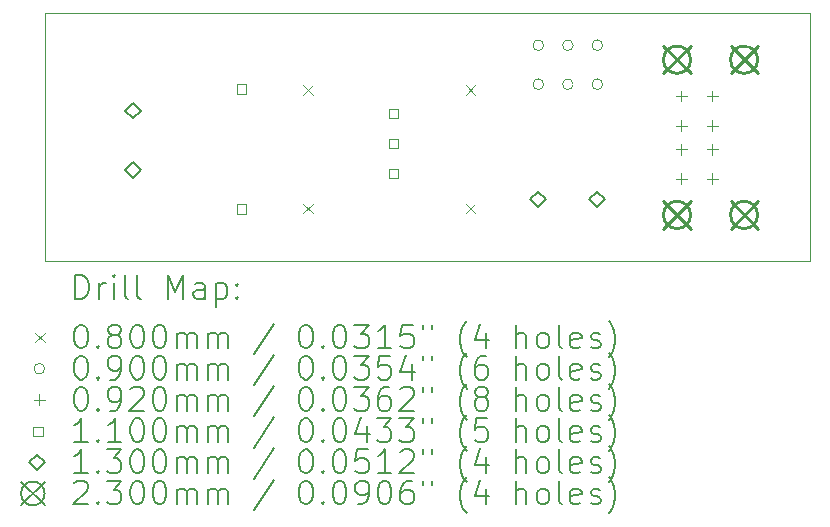
<source format=gbr>
%TF.GenerationSoftware,KiCad,Pcbnew,7.0.9*%
%TF.CreationDate,2023-12-13T20:57:05-06:00*%
%TF.ProjectId,12V to 5V converter,31325620-746f-4203-9556-20636f6e7665,1.0*%
%TF.SameCoordinates,Original*%
%TF.FileFunction,Drillmap*%
%TF.FilePolarity,Positive*%
%FSLAX45Y45*%
G04 Gerber Fmt 4.5, Leading zero omitted, Abs format (unit mm)*
G04 Created by KiCad (PCBNEW 7.0.9) date 2023-12-13 20:57:05*
%MOMM*%
%LPD*%
G01*
G04 APERTURE LIST*
%ADD10C,0.100000*%
%ADD11C,0.200000*%
%ADD12C,0.110000*%
%ADD13C,0.130000*%
%ADD14C,0.230000*%
G04 APERTURE END LIST*
D10*
X10025000Y-10350000D02*
X10025000Y-8250000D01*
X10025000Y-8250000D02*
X16500000Y-8250000D01*
X16500000Y-8250000D02*
X16500000Y-10350000D01*
X16500000Y-10350000D02*
X10025000Y-10350000D01*
D11*
D10*
X12210000Y-8860000D02*
X12290000Y-8940000D01*
X12290000Y-8860000D02*
X12210000Y-8940000D01*
X12210000Y-9860000D02*
X12290000Y-9940000D01*
X12290000Y-9860000D02*
X12210000Y-9940000D01*
X13585000Y-8860000D02*
X13665000Y-8940000D01*
X13665000Y-8860000D02*
X13585000Y-8940000D01*
X13585000Y-9860000D02*
X13665000Y-9940000D01*
X13665000Y-9860000D02*
X13585000Y-9940000D01*
X14245000Y-8520000D02*
G75*
G03*
X14245000Y-8520000I-45000J0D01*
G01*
X14245000Y-8850000D02*
G75*
G03*
X14245000Y-8850000I-45000J0D01*
G01*
X14495000Y-8520000D02*
G75*
G03*
X14495000Y-8520000I-45000J0D01*
G01*
X14495000Y-8850000D02*
G75*
G03*
X14495000Y-8850000I-45000J0D01*
G01*
X14745000Y-8520000D02*
G75*
G03*
X14745000Y-8520000I-45000J0D01*
G01*
X14745000Y-8850000D02*
G75*
G03*
X14745000Y-8850000I-45000J0D01*
G01*
X15409530Y-8904000D02*
X15409530Y-8996000D01*
X15363530Y-8950000D02*
X15455530Y-8950000D01*
X15409530Y-9154000D02*
X15409530Y-9246000D01*
X15363530Y-9200000D02*
X15455530Y-9200000D01*
X15409530Y-9354000D02*
X15409530Y-9446000D01*
X15363530Y-9400000D02*
X15455530Y-9400000D01*
X15409530Y-9604000D02*
X15409530Y-9696000D01*
X15363530Y-9650000D02*
X15455530Y-9650000D01*
X15671530Y-8904000D02*
X15671530Y-8996000D01*
X15625530Y-8950000D02*
X15717530Y-8950000D01*
X15671530Y-9154000D02*
X15671530Y-9246000D01*
X15625530Y-9200000D02*
X15717530Y-9200000D01*
X15671530Y-9354000D02*
X15671530Y-9446000D01*
X15625530Y-9400000D02*
X15717530Y-9400000D01*
X15671530Y-9604000D02*
X15671530Y-9696000D01*
X15625530Y-9650000D02*
X15717530Y-9650000D01*
D12*
X11722891Y-8928891D02*
X11722891Y-8851109D01*
X11645109Y-8851109D01*
X11645109Y-8928891D01*
X11722891Y-8928891D01*
X11722891Y-9944891D02*
X11722891Y-9867109D01*
X11645109Y-9867109D01*
X11645109Y-9944891D01*
X11722891Y-9944891D01*
X13013891Y-9138891D02*
X13013891Y-9061109D01*
X12936109Y-9061109D01*
X12936109Y-9138891D01*
X13013891Y-9138891D01*
X13013891Y-9392891D02*
X13013891Y-9315109D01*
X12936109Y-9315109D01*
X12936109Y-9392891D01*
X13013891Y-9392891D01*
X13013891Y-9646891D02*
X13013891Y-9569109D01*
X12936109Y-9569109D01*
X12936109Y-9646891D01*
X13013891Y-9646891D01*
D13*
X10769500Y-9140000D02*
X10834500Y-9075000D01*
X10769500Y-9010000D01*
X10704500Y-9075000D01*
X10769500Y-9140000D01*
X10769500Y-9640000D02*
X10834500Y-9575000D01*
X10769500Y-9510000D01*
X10704500Y-9575000D01*
X10769500Y-9640000D01*
X14198500Y-9890000D02*
X14263500Y-9825000D01*
X14198500Y-9760000D01*
X14133500Y-9825000D01*
X14198500Y-9890000D01*
X14698500Y-9890000D02*
X14763500Y-9825000D01*
X14698500Y-9760000D01*
X14633500Y-9825000D01*
X14698500Y-9890000D01*
D14*
X15259530Y-8528000D02*
X15489530Y-8758000D01*
X15489530Y-8528000D02*
X15259530Y-8758000D01*
X15489530Y-8643000D02*
G75*
G03*
X15489530Y-8643000I-115000J0D01*
G01*
X15259530Y-9842000D02*
X15489530Y-10072000D01*
X15489530Y-9842000D02*
X15259530Y-10072000D01*
X15489530Y-9957000D02*
G75*
G03*
X15489530Y-9957000I-115000J0D01*
G01*
X15827530Y-8528000D02*
X16057530Y-8758000D01*
X16057530Y-8528000D02*
X15827530Y-8758000D01*
X16057530Y-8643000D02*
G75*
G03*
X16057530Y-8643000I-115000J0D01*
G01*
X15827530Y-9842000D02*
X16057530Y-10072000D01*
X16057530Y-9842000D02*
X15827530Y-10072000D01*
X16057530Y-9957000D02*
G75*
G03*
X16057530Y-9957000I-115000J0D01*
G01*
D11*
X10280777Y-10666484D02*
X10280777Y-10466484D01*
X10280777Y-10466484D02*
X10328396Y-10466484D01*
X10328396Y-10466484D02*
X10356967Y-10476008D01*
X10356967Y-10476008D02*
X10376015Y-10495055D01*
X10376015Y-10495055D02*
X10385539Y-10514103D01*
X10385539Y-10514103D02*
X10395063Y-10552198D01*
X10395063Y-10552198D02*
X10395063Y-10580770D01*
X10395063Y-10580770D02*
X10385539Y-10618865D01*
X10385539Y-10618865D02*
X10376015Y-10637912D01*
X10376015Y-10637912D02*
X10356967Y-10656960D01*
X10356967Y-10656960D02*
X10328396Y-10666484D01*
X10328396Y-10666484D02*
X10280777Y-10666484D01*
X10480777Y-10666484D02*
X10480777Y-10533150D01*
X10480777Y-10571246D02*
X10490301Y-10552198D01*
X10490301Y-10552198D02*
X10499824Y-10542674D01*
X10499824Y-10542674D02*
X10518872Y-10533150D01*
X10518872Y-10533150D02*
X10537920Y-10533150D01*
X10604586Y-10666484D02*
X10604586Y-10533150D01*
X10604586Y-10466484D02*
X10595063Y-10476008D01*
X10595063Y-10476008D02*
X10604586Y-10485531D01*
X10604586Y-10485531D02*
X10614110Y-10476008D01*
X10614110Y-10476008D02*
X10604586Y-10466484D01*
X10604586Y-10466484D02*
X10604586Y-10485531D01*
X10728396Y-10666484D02*
X10709348Y-10656960D01*
X10709348Y-10656960D02*
X10699824Y-10637912D01*
X10699824Y-10637912D02*
X10699824Y-10466484D01*
X10833158Y-10666484D02*
X10814110Y-10656960D01*
X10814110Y-10656960D02*
X10804586Y-10637912D01*
X10804586Y-10637912D02*
X10804586Y-10466484D01*
X11061729Y-10666484D02*
X11061729Y-10466484D01*
X11061729Y-10466484D02*
X11128396Y-10609341D01*
X11128396Y-10609341D02*
X11195062Y-10466484D01*
X11195062Y-10466484D02*
X11195062Y-10666484D01*
X11376015Y-10666484D02*
X11376015Y-10561722D01*
X11376015Y-10561722D02*
X11366491Y-10542674D01*
X11366491Y-10542674D02*
X11347443Y-10533150D01*
X11347443Y-10533150D02*
X11309348Y-10533150D01*
X11309348Y-10533150D02*
X11290301Y-10542674D01*
X11376015Y-10656960D02*
X11356967Y-10666484D01*
X11356967Y-10666484D02*
X11309348Y-10666484D01*
X11309348Y-10666484D02*
X11290301Y-10656960D01*
X11290301Y-10656960D02*
X11280777Y-10637912D01*
X11280777Y-10637912D02*
X11280777Y-10618865D01*
X11280777Y-10618865D02*
X11290301Y-10599817D01*
X11290301Y-10599817D02*
X11309348Y-10590293D01*
X11309348Y-10590293D02*
X11356967Y-10590293D01*
X11356967Y-10590293D02*
X11376015Y-10580770D01*
X11471253Y-10533150D02*
X11471253Y-10733150D01*
X11471253Y-10542674D02*
X11490301Y-10533150D01*
X11490301Y-10533150D02*
X11528396Y-10533150D01*
X11528396Y-10533150D02*
X11547443Y-10542674D01*
X11547443Y-10542674D02*
X11556967Y-10552198D01*
X11556967Y-10552198D02*
X11566491Y-10571246D01*
X11566491Y-10571246D02*
X11566491Y-10628389D01*
X11566491Y-10628389D02*
X11556967Y-10647436D01*
X11556967Y-10647436D02*
X11547443Y-10656960D01*
X11547443Y-10656960D02*
X11528396Y-10666484D01*
X11528396Y-10666484D02*
X11490301Y-10666484D01*
X11490301Y-10666484D02*
X11471253Y-10656960D01*
X11652205Y-10647436D02*
X11661729Y-10656960D01*
X11661729Y-10656960D02*
X11652205Y-10666484D01*
X11652205Y-10666484D02*
X11642682Y-10656960D01*
X11642682Y-10656960D02*
X11652205Y-10647436D01*
X11652205Y-10647436D02*
X11652205Y-10666484D01*
X11652205Y-10542674D02*
X11661729Y-10552198D01*
X11661729Y-10552198D02*
X11652205Y-10561722D01*
X11652205Y-10561722D02*
X11642682Y-10552198D01*
X11642682Y-10552198D02*
X11652205Y-10542674D01*
X11652205Y-10542674D02*
X11652205Y-10561722D01*
D10*
X9940000Y-10955000D02*
X10020000Y-11035000D01*
X10020000Y-10955000D02*
X9940000Y-11035000D01*
D11*
X10318872Y-10886484D02*
X10337920Y-10886484D01*
X10337920Y-10886484D02*
X10356967Y-10896008D01*
X10356967Y-10896008D02*
X10366491Y-10905531D01*
X10366491Y-10905531D02*
X10376015Y-10924579D01*
X10376015Y-10924579D02*
X10385539Y-10962674D01*
X10385539Y-10962674D02*
X10385539Y-11010293D01*
X10385539Y-11010293D02*
X10376015Y-11048389D01*
X10376015Y-11048389D02*
X10366491Y-11067436D01*
X10366491Y-11067436D02*
X10356967Y-11076960D01*
X10356967Y-11076960D02*
X10337920Y-11086484D01*
X10337920Y-11086484D02*
X10318872Y-11086484D01*
X10318872Y-11086484D02*
X10299824Y-11076960D01*
X10299824Y-11076960D02*
X10290301Y-11067436D01*
X10290301Y-11067436D02*
X10280777Y-11048389D01*
X10280777Y-11048389D02*
X10271253Y-11010293D01*
X10271253Y-11010293D02*
X10271253Y-10962674D01*
X10271253Y-10962674D02*
X10280777Y-10924579D01*
X10280777Y-10924579D02*
X10290301Y-10905531D01*
X10290301Y-10905531D02*
X10299824Y-10896008D01*
X10299824Y-10896008D02*
X10318872Y-10886484D01*
X10471253Y-11067436D02*
X10480777Y-11076960D01*
X10480777Y-11076960D02*
X10471253Y-11086484D01*
X10471253Y-11086484D02*
X10461729Y-11076960D01*
X10461729Y-11076960D02*
X10471253Y-11067436D01*
X10471253Y-11067436D02*
X10471253Y-11086484D01*
X10595063Y-10972198D02*
X10576015Y-10962674D01*
X10576015Y-10962674D02*
X10566491Y-10953150D01*
X10566491Y-10953150D02*
X10556967Y-10934103D01*
X10556967Y-10934103D02*
X10556967Y-10924579D01*
X10556967Y-10924579D02*
X10566491Y-10905531D01*
X10566491Y-10905531D02*
X10576015Y-10896008D01*
X10576015Y-10896008D02*
X10595063Y-10886484D01*
X10595063Y-10886484D02*
X10633158Y-10886484D01*
X10633158Y-10886484D02*
X10652205Y-10896008D01*
X10652205Y-10896008D02*
X10661729Y-10905531D01*
X10661729Y-10905531D02*
X10671253Y-10924579D01*
X10671253Y-10924579D02*
X10671253Y-10934103D01*
X10671253Y-10934103D02*
X10661729Y-10953150D01*
X10661729Y-10953150D02*
X10652205Y-10962674D01*
X10652205Y-10962674D02*
X10633158Y-10972198D01*
X10633158Y-10972198D02*
X10595063Y-10972198D01*
X10595063Y-10972198D02*
X10576015Y-10981722D01*
X10576015Y-10981722D02*
X10566491Y-10991246D01*
X10566491Y-10991246D02*
X10556967Y-11010293D01*
X10556967Y-11010293D02*
X10556967Y-11048389D01*
X10556967Y-11048389D02*
X10566491Y-11067436D01*
X10566491Y-11067436D02*
X10576015Y-11076960D01*
X10576015Y-11076960D02*
X10595063Y-11086484D01*
X10595063Y-11086484D02*
X10633158Y-11086484D01*
X10633158Y-11086484D02*
X10652205Y-11076960D01*
X10652205Y-11076960D02*
X10661729Y-11067436D01*
X10661729Y-11067436D02*
X10671253Y-11048389D01*
X10671253Y-11048389D02*
X10671253Y-11010293D01*
X10671253Y-11010293D02*
X10661729Y-10991246D01*
X10661729Y-10991246D02*
X10652205Y-10981722D01*
X10652205Y-10981722D02*
X10633158Y-10972198D01*
X10795063Y-10886484D02*
X10814110Y-10886484D01*
X10814110Y-10886484D02*
X10833158Y-10896008D01*
X10833158Y-10896008D02*
X10842682Y-10905531D01*
X10842682Y-10905531D02*
X10852205Y-10924579D01*
X10852205Y-10924579D02*
X10861729Y-10962674D01*
X10861729Y-10962674D02*
X10861729Y-11010293D01*
X10861729Y-11010293D02*
X10852205Y-11048389D01*
X10852205Y-11048389D02*
X10842682Y-11067436D01*
X10842682Y-11067436D02*
X10833158Y-11076960D01*
X10833158Y-11076960D02*
X10814110Y-11086484D01*
X10814110Y-11086484D02*
X10795063Y-11086484D01*
X10795063Y-11086484D02*
X10776015Y-11076960D01*
X10776015Y-11076960D02*
X10766491Y-11067436D01*
X10766491Y-11067436D02*
X10756967Y-11048389D01*
X10756967Y-11048389D02*
X10747444Y-11010293D01*
X10747444Y-11010293D02*
X10747444Y-10962674D01*
X10747444Y-10962674D02*
X10756967Y-10924579D01*
X10756967Y-10924579D02*
X10766491Y-10905531D01*
X10766491Y-10905531D02*
X10776015Y-10896008D01*
X10776015Y-10896008D02*
X10795063Y-10886484D01*
X10985539Y-10886484D02*
X11004586Y-10886484D01*
X11004586Y-10886484D02*
X11023634Y-10896008D01*
X11023634Y-10896008D02*
X11033158Y-10905531D01*
X11033158Y-10905531D02*
X11042682Y-10924579D01*
X11042682Y-10924579D02*
X11052205Y-10962674D01*
X11052205Y-10962674D02*
X11052205Y-11010293D01*
X11052205Y-11010293D02*
X11042682Y-11048389D01*
X11042682Y-11048389D02*
X11033158Y-11067436D01*
X11033158Y-11067436D02*
X11023634Y-11076960D01*
X11023634Y-11076960D02*
X11004586Y-11086484D01*
X11004586Y-11086484D02*
X10985539Y-11086484D01*
X10985539Y-11086484D02*
X10966491Y-11076960D01*
X10966491Y-11076960D02*
X10956967Y-11067436D01*
X10956967Y-11067436D02*
X10947444Y-11048389D01*
X10947444Y-11048389D02*
X10937920Y-11010293D01*
X10937920Y-11010293D02*
X10937920Y-10962674D01*
X10937920Y-10962674D02*
X10947444Y-10924579D01*
X10947444Y-10924579D02*
X10956967Y-10905531D01*
X10956967Y-10905531D02*
X10966491Y-10896008D01*
X10966491Y-10896008D02*
X10985539Y-10886484D01*
X11137920Y-11086484D02*
X11137920Y-10953150D01*
X11137920Y-10972198D02*
X11147444Y-10962674D01*
X11147444Y-10962674D02*
X11166491Y-10953150D01*
X11166491Y-10953150D02*
X11195063Y-10953150D01*
X11195063Y-10953150D02*
X11214110Y-10962674D01*
X11214110Y-10962674D02*
X11223634Y-10981722D01*
X11223634Y-10981722D02*
X11223634Y-11086484D01*
X11223634Y-10981722D02*
X11233158Y-10962674D01*
X11233158Y-10962674D02*
X11252205Y-10953150D01*
X11252205Y-10953150D02*
X11280777Y-10953150D01*
X11280777Y-10953150D02*
X11299824Y-10962674D01*
X11299824Y-10962674D02*
X11309348Y-10981722D01*
X11309348Y-10981722D02*
X11309348Y-11086484D01*
X11404586Y-11086484D02*
X11404586Y-10953150D01*
X11404586Y-10972198D02*
X11414110Y-10962674D01*
X11414110Y-10962674D02*
X11433158Y-10953150D01*
X11433158Y-10953150D02*
X11461729Y-10953150D01*
X11461729Y-10953150D02*
X11480777Y-10962674D01*
X11480777Y-10962674D02*
X11490301Y-10981722D01*
X11490301Y-10981722D02*
X11490301Y-11086484D01*
X11490301Y-10981722D02*
X11499824Y-10962674D01*
X11499824Y-10962674D02*
X11518872Y-10953150D01*
X11518872Y-10953150D02*
X11547443Y-10953150D01*
X11547443Y-10953150D02*
X11566491Y-10962674D01*
X11566491Y-10962674D02*
X11576015Y-10981722D01*
X11576015Y-10981722D02*
X11576015Y-11086484D01*
X11966491Y-10876960D02*
X11795063Y-11134103D01*
X12223634Y-10886484D02*
X12242682Y-10886484D01*
X12242682Y-10886484D02*
X12261729Y-10896008D01*
X12261729Y-10896008D02*
X12271253Y-10905531D01*
X12271253Y-10905531D02*
X12280777Y-10924579D01*
X12280777Y-10924579D02*
X12290301Y-10962674D01*
X12290301Y-10962674D02*
X12290301Y-11010293D01*
X12290301Y-11010293D02*
X12280777Y-11048389D01*
X12280777Y-11048389D02*
X12271253Y-11067436D01*
X12271253Y-11067436D02*
X12261729Y-11076960D01*
X12261729Y-11076960D02*
X12242682Y-11086484D01*
X12242682Y-11086484D02*
X12223634Y-11086484D01*
X12223634Y-11086484D02*
X12204586Y-11076960D01*
X12204586Y-11076960D02*
X12195063Y-11067436D01*
X12195063Y-11067436D02*
X12185539Y-11048389D01*
X12185539Y-11048389D02*
X12176015Y-11010293D01*
X12176015Y-11010293D02*
X12176015Y-10962674D01*
X12176015Y-10962674D02*
X12185539Y-10924579D01*
X12185539Y-10924579D02*
X12195063Y-10905531D01*
X12195063Y-10905531D02*
X12204586Y-10896008D01*
X12204586Y-10896008D02*
X12223634Y-10886484D01*
X12376015Y-11067436D02*
X12385539Y-11076960D01*
X12385539Y-11076960D02*
X12376015Y-11086484D01*
X12376015Y-11086484D02*
X12366491Y-11076960D01*
X12366491Y-11076960D02*
X12376015Y-11067436D01*
X12376015Y-11067436D02*
X12376015Y-11086484D01*
X12509348Y-10886484D02*
X12528396Y-10886484D01*
X12528396Y-10886484D02*
X12547444Y-10896008D01*
X12547444Y-10896008D02*
X12556967Y-10905531D01*
X12556967Y-10905531D02*
X12566491Y-10924579D01*
X12566491Y-10924579D02*
X12576015Y-10962674D01*
X12576015Y-10962674D02*
X12576015Y-11010293D01*
X12576015Y-11010293D02*
X12566491Y-11048389D01*
X12566491Y-11048389D02*
X12556967Y-11067436D01*
X12556967Y-11067436D02*
X12547444Y-11076960D01*
X12547444Y-11076960D02*
X12528396Y-11086484D01*
X12528396Y-11086484D02*
X12509348Y-11086484D01*
X12509348Y-11086484D02*
X12490301Y-11076960D01*
X12490301Y-11076960D02*
X12480777Y-11067436D01*
X12480777Y-11067436D02*
X12471253Y-11048389D01*
X12471253Y-11048389D02*
X12461729Y-11010293D01*
X12461729Y-11010293D02*
X12461729Y-10962674D01*
X12461729Y-10962674D02*
X12471253Y-10924579D01*
X12471253Y-10924579D02*
X12480777Y-10905531D01*
X12480777Y-10905531D02*
X12490301Y-10896008D01*
X12490301Y-10896008D02*
X12509348Y-10886484D01*
X12642682Y-10886484D02*
X12766491Y-10886484D01*
X12766491Y-10886484D02*
X12699825Y-10962674D01*
X12699825Y-10962674D02*
X12728396Y-10962674D01*
X12728396Y-10962674D02*
X12747444Y-10972198D01*
X12747444Y-10972198D02*
X12756967Y-10981722D01*
X12756967Y-10981722D02*
X12766491Y-11000770D01*
X12766491Y-11000770D02*
X12766491Y-11048389D01*
X12766491Y-11048389D02*
X12756967Y-11067436D01*
X12756967Y-11067436D02*
X12747444Y-11076960D01*
X12747444Y-11076960D02*
X12728396Y-11086484D01*
X12728396Y-11086484D02*
X12671253Y-11086484D01*
X12671253Y-11086484D02*
X12652206Y-11076960D01*
X12652206Y-11076960D02*
X12642682Y-11067436D01*
X12956967Y-11086484D02*
X12842682Y-11086484D01*
X12899825Y-11086484D02*
X12899825Y-10886484D01*
X12899825Y-10886484D02*
X12880777Y-10915055D01*
X12880777Y-10915055D02*
X12861729Y-10934103D01*
X12861729Y-10934103D02*
X12842682Y-10943627D01*
X13137920Y-10886484D02*
X13042682Y-10886484D01*
X13042682Y-10886484D02*
X13033158Y-10981722D01*
X13033158Y-10981722D02*
X13042682Y-10972198D01*
X13042682Y-10972198D02*
X13061729Y-10962674D01*
X13061729Y-10962674D02*
X13109348Y-10962674D01*
X13109348Y-10962674D02*
X13128396Y-10972198D01*
X13128396Y-10972198D02*
X13137920Y-10981722D01*
X13137920Y-10981722D02*
X13147444Y-11000770D01*
X13147444Y-11000770D02*
X13147444Y-11048389D01*
X13147444Y-11048389D02*
X13137920Y-11067436D01*
X13137920Y-11067436D02*
X13128396Y-11076960D01*
X13128396Y-11076960D02*
X13109348Y-11086484D01*
X13109348Y-11086484D02*
X13061729Y-11086484D01*
X13061729Y-11086484D02*
X13042682Y-11076960D01*
X13042682Y-11076960D02*
X13033158Y-11067436D01*
X13223634Y-10886484D02*
X13223634Y-10924579D01*
X13299825Y-10886484D02*
X13299825Y-10924579D01*
X13595063Y-11162674D02*
X13585539Y-11153150D01*
X13585539Y-11153150D02*
X13566491Y-11124579D01*
X13566491Y-11124579D02*
X13556968Y-11105531D01*
X13556968Y-11105531D02*
X13547444Y-11076960D01*
X13547444Y-11076960D02*
X13537920Y-11029341D01*
X13537920Y-11029341D02*
X13537920Y-10991246D01*
X13537920Y-10991246D02*
X13547444Y-10943627D01*
X13547444Y-10943627D02*
X13556968Y-10915055D01*
X13556968Y-10915055D02*
X13566491Y-10896008D01*
X13566491Y-10896008D02*
X13585539Y-10867436D01*
X13585539Y-10867436D02*
X13595063Y-10857912D01*
X13756968Y-10953150D02*
X13756968Y-11086484D01*
X13709348Y-10876960D02*
X13661729Y-11019817D01*
X13661729Y-11019817D02*
X13785539Y-11019817D01*
X14014110Y-11086484D02*
X14014110Y-10886484D01*
X14099825Y-11086484D02*
X14099825Y-10981722D01*
X14099825Y-10981722D02*
X14090301Y-10962674D01*
X14090301Y-10962674D02*
X14071253Y-10953150D01*
X14071253Y-10953150D02*
X14042682Y-10953150D01*
X14042682Y-10953150D02*
X14023634Y-10962674D01*
X14023634Y-10962674D02*
X14014110Y-10972198D01*
X14223634Y-11086484D02*
X14204587Y-11076960D01*
X14204587Y-11076960D02*
X14195063Y-11067436D01*
X14195063Y-11067436D02*
X14185539Y-11048389D01*
X14185539Y-11048389D02*
X14185539Y-10991246D01*
X14185539Y-10991246D02*
X14195063Y-10972198D01*
X14195063Y-10972198D02*
X14204587Y-10962674D01*
X14204587Y-10962674D02*
X14223634Y-10953150D01*
X14223634Y-10953150D02*
X14252206Y-10953150D01*
X14252206Y-10953150D02*
X14271253Y-10962674D01*
X14271253Y-10962674D02*
X14280777Y-10972198D01*
X14280777Y-10972198D02*
X14290301Y-10991246D01*
X14290301Y-10991246D02*
X14290301Y-11048389D01*
X14290301Y-11048389D02*
X14280777Y-11067436D01*
X14280777Y-11067436D02*
X14271253Y-11076960D01*
X14271253Y-11076960D02*
X14252206Y-11086484D01*
X14252206Y-11086484D02*
X14223634Y-11086484D01*
X14404587Y-11086484D02*
X14385539Y-11076960D01*
X14385539Y-11076960D02*
X14376015Y-11057912D01*
X14376015Y-11057912D02*
X14376015Y-10886484D01*
X14556968Y-11076960D02*
X14537920Y-11086484D01*
X14537920Y-11086484D02*
X14499825Y-11086484D01*
X14499825Y-11086484D02*
X14480777Y-11076960D01*
X14480777Y-11076960D02*
X14471253Y-11057912D01*
X14471253Y-11057912D02*
X14471253Y-10981722D01*
X14471253Y-10981722D02*
X14480777Y-10962674D01*
X14480777Y-10962674D02*
X14499825Y-10953150D01*
X14499825Y-10953150D02*
X14537920Y-10953150D01*
X14537920Y-10953150D02*
X14556968Y-10962674D01*
X14556968Y-10962674D02*
X14566491Y-10981722D01*
X14566491Y-10981722D02*
X14566491Y-11000770D01*
X14566491Y-11000770D02*
X14471253Y-11019817D01*
X14642682Y-11076960D02*
X14661730Y-11086484D01*
X14661730Y-11086484D02*
X14699825Y-11086484D01*
X14699825Y-11086484D02*
X14718872Y-11076960D01*
X14718872Y-11076960D02*
X14728396Y-11057912D01*
X14728396Y-11057912D02*
X14728396Y-11048389D01*
X14728396Y-11048389D02*
X14718872Y-11029341D01*
X14718872Y-11029341D02*
X14699825Y-11019817D01*
X14699825Y-11019817D02*
X14671253Y-11019817D01*
X14671253Y-11019817D02*
X14652206Y-11010293D01*
X14652206Y-11010293D02*
X14642682Y-10991246D01*
X14642682Y-10991246D02*
X14642682Y-10981722D01*
X14642682Y-10981722D02*
X14652206Y-10962674D01*
X14652206Y-10962674D02*
X14671253Y-10953150D01*
X14671253Y-10953150D02*
X14699825Y-10953150D01*
X14699825Y-10953150D02*
X14718872Y-10962674D01*
X14795063Y-11162674D02*
X14804587Y-11153150D01*
X14804587Y-11153150D02*
X14823634Y-11124579D01*
X14823634Y-11124579D02*
X14833158Y-11105531D01*
X14833158Y-11105531D02*
X14842682Y-11076960D01*
X14842682Y-11076960D02*
X14852206Y-11029341D01*
X14852206Y-11029341D02*
X14852206Y-10991246D01*
X14852206Y-10991246D02*
X14842682Y-10943627D01*
X14842682Y-10943627D02*
X14833158Y-10915055D01*
X14833158Y-10915055D02*
X14823634Y-10896008D01*
X14823634Y-10896008D02*
X14804587Y-10867436D01*
X14804587Y-10867436D02*
X14795063Y-10857912D01*
D10*
X10020000Y-11259000D02*
G75*
G03*
X10020000Y-11259000I-45000J0D01*
G01*
D11*
X10318872Y-11150484D02*
X10337920Y-11150484D01*
X10337920Y-11150484D02*
X10356967Y-11160008D01*
X10356967Y-11160008D02*
X10366491Y-11169531D01*
X10366491Y-11169531D02*
X10376015Y-11188579D01*
X10376015Y-11188579D02*
X10385539Y-11226674D01*
X10385539Y-11226674D02*
X10385539Y-11274293D01*
X10385539Y-11274293D02*
X10376015Y-11312388D01*
X10376015Y-11312388D02*
X10366491Y-11331436D01*
X10366491Y-11331436D02*
X10356967Y-11340960D01*
X10356967Y-11340960D02*
X10337920Y-11350484D01*
X10337920Y-11350484D02*
X10318872Y-11350484D01*
X10318872Y-11350484D02*
X10299824Y-11340960D01*
X10299824Y-11340960D02*
X10290301Y-11331436D01*
X10290301Y-11331436D02*
X10280777Y-11312388D01*
X10280777Y-11312388D02*
X10271253Y-11274293D01*
X10271253Y-11274293D02*
X10271253Y-11226674D01*
X10271253Y-11226674D02*
X10280777Y-11188579D01*
X10280777Y-11188579D02*
X10290301Y-11169531D01*
X10290301Y-11169531D02*
X10299824Y-11160008D01*
X10299824Y-11160008D02*
X10318872Y-11150484D01*
X10471253Y-11331436D02*
X10480777Y-11340960D01*
X10480777Y-11340960D02*
X10471253Y-11350484D01*
X10471253Y-11350484D02*
X10461729Y-11340960D01*
X10461729Y-11340960D02*
X10471253Y-11331436D01*
X10471253Y-11331436D02*
X10471253Y-11350484D01*
X10576015Y-11350484D02*
X10614110Y-11350484D01*
X10614110Y-11350484D02*
X10633158Y-11340960D01*
X10633158Y-11340960D02*
X10642682Y-11331436D01*
X10642682Y-11331436D02*
X10661729Y-11302865D01*
X10661729Y-11302865D02*
X10671253Y-11264769D01*
X10671253Y-11264769D02*
X10671253Y-11188579D01*
X10671253Y-11188579D02*
X10661729Y-11169531D01*
X10661729Y-11169531D02*
X10652205Y-11160008D01*
X10652205Y-11160008D02*
X10633158Y-11150484D01*
X10633158Y-11150484D02*
X10595063Y-11150484D01*
X10595063Y-11150484D02*
X10576015Y-11160008D01*
X10576015Y-11160008D02*
X10566491Y-11169531D01*
X10566491Y-11169531D02*
X10556967Y-11188579D01*
X10556967Y-11188579D02*
X10556967Y-11236198D01*
X10556967Y-11236198D02*
X10566491Y-11255246D01*
X10566491Y-11255246D02*
X10576015Y-11264769D01*
X10576015Y-11264769D02*
X10595063Y-11274293D01*
X10595063Y-11274293D02*
X10633158Y-11274293D01*
X10633158Y-11274293D02*
X10652205Y-11264769D01*
X10652205Y-11264769D02*
X10661729Y-11255246D01*
X10661729Y-11255246D02*
X10671253Y-11236198D01*
X10795063Y-11150484D02*
X10814110Y-11150484D01*
X10814110Y-11150484D02*
X10833158Y-11160008D01*
X10833158Y-11160008D02*
X10842682Y-11169531D01*
X10842682Y-11169531D02*
X10852205Y-11188579D01*
X10852205Y-11188579D02*
X10861729Y-11226674D01*
X10861729Y-11226674D02*
X10861729Y-11274293D01*
X10861729Y-11274293D02*
X10852205Y-11312388D01*
X10852205Y-11312388D02*
X10842682Y-11331436D01*
X10842682Y-11331436D02*
X10833158Y-11340960D01*
X10833158Y-11340960D02*
X10814110Y-11350484D01*
X10814110Y-11350484D02*
X10795063Y-11350484D01*
X10795063Y-11350484D02*
X10776015Y-11340960D01*
X10776015Y-11340960D02*
X10766491Y-11331436D01*
X10766491Y-11331436D02*
X10756967Y-11312388D01*
X10756967Y-11312388D02*
X10747444Y-11274293D01*
X10747444Y-11274293D02*
X10747444Y-11226674D01*
X10747444Y-11226674D02*
X10756967Y-11188579D01*
X10756967Y-11188579D02*
X10766491Y-11169531D01*
X10766491Y-11169531D02*
X10776015Y-11160008D01*
X10776015Y-11160008D02*
X10795063Y-11150484D01*
X10985539Y-11150484D02*
X11004586Y-11150484D01*
X11004586Y-11150484D02*
X11023634Y-11160008D01*
X11023634Y-11160008D02*
X11033158Y-11169531D01*
X11033158Y-11169531D02*
X11042682Y-11188579D01*
X11042682Y-11188579D02*
X11052205Y-11226674D01*
X11052205Y-11226674D02*
X11052205Y-11274293D01*
X11052205Y-11274293D02*
X11042682Y-11312388D01*
X11042682Y-11312388D02*
X11033158Y-11331436D01*
X11033158Y-11331436D02*
X11023634Y-11340960D01*
X11023634Y-11340960D02*
X11004586Y-11350484D01*
X11004586Y-11350484D02*
X10985539Y-11350484D01*
X10985539Y-11350484D02*
X10966491Y-11340960D01*
X10966491Y-11340960D02*
X10956967Y-11331436D01*
X10956967Y-11331436D02*
X10947444Y-11312388D01*
X10947444Y-11312388D02*
X10937920Y-11274293D01*
X10937920Y-11274293D02*
X10937920Y-11226674D01*
X10937920Y-11226674D02*
X10947444Y-11188579D01*
X10947444Y-11188579D02*
X10956967Y-11169531D01*
X10956967Y-11169531D02*
X10966491Y-11160008D01*
X10966491Y-11160008D02*
X10985539Y-11150484D01*
X11137920Y-11350484D02*
X11137920Y-11217150D01*
X11137920Y-11236198D02*
X11147444Y-11226674D01*
X11147444Y-11226674D02*
X11166491Y-11217150D01*
X11166491Y-11217150D02*
X11195063Y-11217150D01*
X11195063Y-11217150D02*
X11214110Y-11226674D01*
X11214110Y-11226674D02*
X11223634Y-11245722D01*
X11223634Y-11245722D02*
X11223634Y-11350484D01*
X11223634Y-11245722D02*
X11233158Y-11226674D01*
X11233158Y-11226674D02*
X11252205Y-11217150D01*
X11252205Y-11217150D02*
X11280777Y-11217150D01*
X11280777Y-11217150D02*
X11299824Y-11226674D01*
X11299824Y-11226674D02*
X11309348Y-11245722D01*
X11309348Y-11245722D02*
X11309348Y-11350484D01*
X11404586Y-11350484D02*
X11404586Y-11217150D01*
X11404586Y-11236198D02*
X11414110Y-11226674D01*
X11414110Y-11226674D02*
X11433158Y-11217150D01*
X11433158Y-11217150D02*
X11461729Y-11217150D01*
X11461729Y-11217150D02*
X11480777Y-11226674D01*
X11480777Y-11226674D02*
X11490301Y-11245722D01*
X11490301Y-11245722D02*
X11490301Y-11350484D01*
X11490301Y-11245722D02*
X11499824Y-11226674D01*
X11499824Y-11226674D02*
X11518872Y-11217150D01*
X11518872Y-11217150D02*
X11547443Y-11217150D01*
X11547443Y-11217150D02*
X11566491Y-11226674D01*
X11566491Y-11226674D02*
X11576015Y-11245722D01*
X11576015Y-11245722D02*
X11576015Y-11350484D01*
X11966491Y-11140960D02*
X11795063Y-11398103D01*
X12223634Y-11150484D02*
X12242682Y-11150484D01*
X12242682Y-11150484D02*
X12261729Y-11160008D01*
X12261729Y-11160008D02*
X12271253Y-11169531D01*
X12271253Y-11169531D02*
X12280777Y-11188579D01*
X12280777Y-11188579D02*
X12290301Y-11226674D01*
X12290301Y-11226674D02*
X12290301Y-11274293D01*
X12290301Y-11274293D02*
X12280777Y-11312388D01*
X12280777Y-11312388D02*
X12271253Y-11331436D01*
X12271253Y-11331436D02*
X12261729Y-11340960D01*
X12261729Y-11340960D02*
X12242682Y-11350484D01*
X12242682Y-11350484D02*
X12223634Y-11350484D01*
X12223634Y-11350484D02*
X12204586Y-11340960D01*
X12204586Y-11340960D02*
X12195063Y-11331436D01*
X12195063Y-11331436D02*
X12185539Y-11312388D01*
X12185539Y-11312388D02*
X12176015Y-11274293D01*
X12176015Y-11274293D02*
X12176015Y-11226674D01*
X12176015Y-11226674D02*
X12185539Y-11188579D01*
X12185539Y-11188579D02*
X12195063Y-11169531D01*
X12195063Y-11169531D02*
X12204586Y-11160008D01*
X12204586Y-11160008D02*
X12223634Y-11150484D01*
X12376015Y-11331436D02*
X12385539Y-11340960D01*
X12385539Y-11340960D02*
X12376015Y-11350484D01*
X12376015Y-11350484D02*
X12366491Y-11340960D01*
X12366491Y-11340960D02*
X12376015Y-11331436D01*
X12376015Y-11331436D02*
X12376015Y-11350484D01*
X12509348Y-11150484D02*
X12528396Y-11150484D01*
X12528396Y-11150484D02*
X12547444Y-11160008D01*
X12547444Y-11160008D02*
X12556967Y-11169531D01*
X12556967Y-11169531D02*
X12566491Y-11188579D01*
X12566491Y-11188579D02*
X12576015Y-11226674D01*
X12576015Y-11226674D02*
X12576015Y-11274293D01*
X12576015Y-11274293D02*
X12566491Y-11312388D01*
X12566491Y-11312388D02*
X12556967Y-11331436D01*
X12556967Y-11331436D02*
X12547444Y-11340960D01*
X12547444Y-11340960D02*
X12528396Y-11350484D01*
X12528396Y-11350484D02*
X12509348Y-11350484D01*
X12509348Y-11350484D02*
X12490301Y-11340960D01*
X12490301Y-11340960D02*
X12480777Y-11331436D01*
X12480777Y-11331436D02*
X12471253Y-11312388D01*
X12471253Y-11312388D02*
X12461729Y-11274293D01*
X12461729Y-11274293D02*
X12461729Y-11226674D01*
X12461729Y-11226674D02*
X12471253Y-11188579D01*
X12471253Y-11188579D02*
X12480777Y-11169531D01*
X12480777Y-11169531D02*
X12490301Y-11160008D01*
X12490301Y-11160008D02*
X12509348Y-11150484D01*
X12642682Y-11150484D02*
X12766491Y-11150484D01*
X12766491Y-11150484D02*
X12699825Y-11226674D01*
X12699825Y-11226674D02*
X12728396Y-11226674D01*
X12728396Y-11226674D02*
X12747444Y-11236198D01*
X12747444Y-11236198D02*
X12756967Y-11245722D01*
X12756967Y-11245722D02*
X12766491Y-11264769D01*
X12766491Y-11264769D02*
X12766491Y-11312388D01*
X12766491Y-11312388D02*
X12756967Y-11331436D01*
X12756967Y-11331436D02*
X12747444Y-11340960D01*
X12747444Y-11340960D02*
X12728396Y-11350484D01*
X12728396Y-11350484D02*
X12671253Y-11350484D01*
X12671253Y-11350484D02*
X12652206Y-11340960D01*
X12652206Y-11340960D02*
X12642682Y-11331436D01*
X12947444Y-11150484D02*
X12852206Y-11150484D01*
X12852206Y-11150484D02*
X12842682Y-11245722D01*
X12842682Y-11245722D02*
X12852206Y-11236198D01*
X12852206Y-11236198D02*
X12871253Y-11226674D01*
X12871253Y-11226674D02*
X12918872Y-11226674D01*
X12918872Y-11226674D02*
X12937920Y-11236198D01*
X12937920Y-11236198D02*
X12947444Y-11245722D01*
X12947444Y-11245722D02*
X12956967Y-11264769D01*
X12956967Y-11264769D02*
X12956967Y-11312388D01*
X12956967Y-11312388D02*
X12947444Y-11331436D01*
X12947444Y-11331436D02*
X12937920Y-11340960D01*
X12937920Y-11340960D02*
X12918872Y-11350484D01*
X12918872Y-11350484D02*
X12871253Y-11350484D01*
X12871253Y-11350484D02*
X12852206Y-11340960D01*
X12852206Y-11340960D02*
X12842682Y-11331436D01*
X13128396Y-11217150D02*
X13128396Y-11350484D01*
X13080777Y-11140960D02*
X13033158Y-11283817D01*
X13033158Y-11283817D02*
X13156967Y-11283817D01*
X13223634Y-11150484D02*
X13223634Y-11188579D01*
X13299825Y-11150484D02*
X13299825Y-11188579D01*
X13595063Y-11426674D02*
X13585539Y-11417150D01*
X13585539Y-11417150D02*
X13566491Y-11388579D01*
X13566491Y-11388579D02*
X13556968Y-11369531D01*
X13556968Y-11369531D02*
X13547444Y-11340960D01*
X13547444Y-11340960D02*
X13537920Y-11293341D01*
X13537920Y-11293341D02*
X13537920Y-11255246D01*
X13537920Y-11255246D02*
X13547444Y-11207627D01*
X13547444Y-11207627D02*
X13556968Y-11179055D01*
X13556968Y-11179055D02*
X13566491Y-11160008D01*
X13566491Y-11160008D02*
X13585539Y-11131436D01*
X13585539Y-11131436D02*
X13595063Y-11121912D01*
X13756968Y-11150484D02*
X13718872Y-11150484D01*
X13718872Y-11150484D02*
X13699825Y-11160008D01*
X13699825Y-11160008D02*
X13690301Y-11169531D01*
X13690301Y-11169531D02*
X13671253Y-11198103D01*
X13671253Y-11198103D02*
X13661729Y-11236198D01*
X13661729Y-11236198D02*
X13661729Y-11312388D01*
X13661729Y-11312388D02*
X13671253Y-11331436D01*
X13671253Y-11331436D02*
X13680777Y-11340960D01*
X13680777Y-11340960D02*
X13699825Y-11350484D01*
X13699825Y-11350484D02*
X13737920Y-11350484D01*
X13737920Y-11350484D02*
X13756968Y-11340960D01*
X13756968Y-11340960D02*
X13766491Y-11331436D01*
X13766491Y-11331436D02*
X13776015Y-11312388D01*
X13776015Y-11312388D02*
X13776015Y-11264769D01*
X13776015Y-11264769D02*
X13766491Y-11245722D01*
X13766491Y-11245722D02*
X13756968Y-11236198D01*
X13756968Y-11236198D02*
X13737920Y-11226674D01*
X13737920Y-11226674D02*
X13699825Y-11226674D01*
X13699825Y-11226674D02*
X13680777Y-11236198D01*
X13680777Y-11236198D02*
X13671253Y-11245722D01*
X13671253Y-11245722D02*
X13661729Y-11264769D01*
X14014110Y-11350484D02*
X14014110Y-11150484D01*
X14099825Y-11350484D02*
X14099825Y-11245722D01*
X14099825Y-11245722D02*
X14090301Y-11226674D01*
X14090301Y-11226674D02*
X14071253Y-11217150D01*
X14071253Y-11217150D02*
X14042682Y-11217150D01*
X14042682Y-11217150D02*
X14023634Y-11226674D01*
X14023634Y-11226674D02*
X14014110Y-11236198D01*
X14223634Y-11350484D02*
X14204587Y-11340960D01*
X14204587Y-11340960D02*
X14195063Y-11331436D01*
X14195063Y-11331436D02*
X14185539Y-11312388D01*
X14185539Y-11312388D02*
X14185539Y-11255246D01*
X14185539Y-11255246D02*
X14195063Y-11236198D01*
X14195063Y-11236198D02*
X14204587Y-11226674D01*
X14204587Y-11226674D02*
X14223634Y-11217150D01*
X14223634Y-11217150D02*
X14252206Y-11217150D01*
X14252206Y-11217150D02*
X14271253Y-11226674D01*
X14271253Y-11226674D02*
X14280777Y-11236198D01*
X14280777Y-11236198D02*
X14290301Y-11255246D01*
X14290301Y-11255246D02*
X14290301Y-11312388D01*
X14290301Y-11312388D02*
X14280777Y-11331436D01*
X14280777Y-11331436D02*
X14271253Y-11340960D01*
X14271253Y-11340960D02*
X14252206Y-11350484D01*
X14252206Y-11350484D02*
X14223634Y-11350484D01*
X14404587Y-11350484D02*
X14385539Y-11340960D01*
X14385539Y-11340960D02*
X14376015Y-11321912D01*
X14376015Y-11321912D02*
X14376015Y-11150484D01*
X14556968Y-11340960D02*
X14537920Y-11350484D01*
X14537920Y-11350484D02*
X14499825Y-11350484D01*
X14499825Y-11350484D02*
X14480777Y-11340960D01*
X14480777Y-11340960D02*
X14471253Y-11321912D01*
X14471253Y-11321912D02*
X14471253Y-11245722D01*
X14471253Y-11245722D02*
X14480777Y-11226674D01*
X14480777Y-11226674D02*
X14499825Y-11217150D01*
X14499825Y-11217150D02*
X14537920Y-11217150D01*
X14537920Y-11217150D02*
X14556968Y-11226674D01*
X14556968Y-11226674D02*
X14566491Y-11245722D01*
X14566491Y-11245722D02*
X14566491Y-11264769D01*
X14566491Y-11264769D02*
X14471253Y-11283817D01*
X14642682Y-11340960D02*
X14661730Y-11350484D01*
X14661730Y-11350484D02*
X14699825Y-11350484D01*
X14699825Y-11350484D02*
X14718872Y-11340960D01*
X14718872Y-11340960D02*
X14728396Y-11321912D01*
X14728396Y-11321912D02*
X14728396Y-11312388D01*
X14728396Y-11312388D02*
X14718872Y-11293341D01*
X14718872Y-11293341D02*
X14699825Y-11283817D01*
X14699825Y-11283817D02*
X14671253Y-11283817D01*
X14671253Y-11283817D02*
X14652206Y-11274293D01*
X14652206Y-11274293D02*
X14642682Y-11255246D01*
X14642682Y-11255246D02*
X14642682Y-11245722D01*
X14642682Y-11245722D02*
X14652206Y-11226674D01*
X14652206Y-11226674D02*
X14671253Y-11217150D01*
X14671253Y-11217150D02*
X14699825Y-11217150D01*
X14699825Y-11217150D02*
X14718872Y-11226674D01*
X14795063Y-11426674D02*
X14804587Y-11417150D01*
X14804587Y-11417150D02*
X14823634Y-11388579D01*
X14823634Y-11388579D02*
X14833158Y-11369531D01*
X14833158Y-11369531D02*
X14842682Y-11340960D01*
X14842682Y-11340960D02*
X14852206Y-11293341D01*
X14852206Y-11293341D02*
X14852206Y-11255246D01*
X14852206Y-11255246D02*
X14842682Y-11207627D01*
X14842682Y-11207627D02*
X14833158Y-11179055D01*
X14833158Y-11179055D02*
X14823634Y-11160008D01*
X14823634Y-11160008D02*
X14804587Y-11131436D01*
X14804587Y-11131436D02*
X14795063Y-11121912D01*
D10*
X9974000Y-11477000D02*
X9974000Y-11569000D01*
X9928000Y-11523000D02*
X10020000Y-11523000D01*
D11*
X10318872Y-11414484D02*
X10337920Y-11414484D01*
X10337920Y-11414484D02*
X10356967Y-11424008D01*
X10356967Y-11424008D02*
X10366491Y-11433531D01*
X10366491Y-11433531D02*
X10376015Y-11452579D01*
X10376015Y-11452579D02*
X10385539Y-11490674D01*
X10385539Y-11490674D02*
X10385539Y-11538293D01*
X10385539Y-11538293D02*
X10376015Y-11576388D01*
X10376015Y-11576388D02*
X10366491Y-11595436D01*
X10366491Y-11595436D02*
X10356967Y-11604960D01*
X10356967Y-11604960D02*
X10337920Y-11614484D01*
X10337920Y-11614484D02*
X10318872Y-11614484D01*
X10318872Y-11614484D02*
X10299824Y-11604960D01*
X10299824Y-11604960D02*
X10290301Y-11595436D01*
X10290301Y-11595436D02*
X10280777Y-11576388D01*
X10280777Y-11576388D02*
X10271253Y-11538293D01*
X10271253Y-11538293D02*
X10271253Y-11490674D01*
X10271253Y-11490674D02*
X10280777Y-11452579D01*
X10280777Y-11452579D02*
X10290301Y-11433531D01*
X10290301Y-11433531D02*
X10299824Y-11424008D01*
X10299824Y-11424008D02*
X10318872Y-11414484D01*
X10471253Y-11595436D02*
X10480777Y-11604960D01*
X10480777Y-11604960D02*
X10471253Y-11614484D01*
X10471253Y-11614484D02*
X10461729Y-11604960D01*
X10461729Y-11604960D02*
X10471253Y-11595436D01*
X10471253Y-11595436D02*
X10471253Y-11614484D01*
X10576015Y-11614484D02*
X10614110Y-11614484D01*
X10614110Y-11614484D02*
X10633158Y-11604960D01*
X10633158Y-11604960D02*
X10642682Y-11595436D01*
X10642682Y-11595436D02*
X10661729Y-11566865D01*
X10661729Y-11566865D02*
X10671253Y-11528769D01*
X10671253Y-11528769D02*
X10671253Y-11452579D01*
X10671253Y-11452579D02*
X10661729Y-11433531D01*
X10661729Y-11433531D02*
X10652205Y-11424008D01*
X10652205Y-11424008D02*
X10633158Y-11414484D01*
X10633158Y-11414484D02*
X10595063Y-11414484D01*
X10595063Y-11414484D02*
X10576015Y-11424008D01*
X10576015Y-11424008D02*
X10566491Y-11433531D01*
X10566491Y-11433531D02*
X10556967Y-11452579D01*
X10556967Y-11452579D02*
X10556967Y-11500198D01*
X10556967Y-11500198D02*
X10566491Y-11519246D01*
X10566491Y-11519246D02*
X10576015Y-11528769D01*
X10576015Y-11528769D02*
X10595063Y-11538293D01*
X10595063Y-11538293D02*
X10633158Y-11538293D01*
X10633158Y-11538293D02*
X10652205Y-11528769D01*
X10652205Y-11528769D02*
X10661729Y-11519246D01*
X10661729Y-11519246D02*
X10671253Y-11500198D01*
X10747444Y-11433531D02*
X10756967Y-11424008D01*
X10756967Y-11424008D02*
X10776015Y-11414484D01*
X10776015Y-11414484D02*
X10823634Y-11414484D01*
X10823634Y-11414484D02*
X10842682Y-11424008D01*
X10842682Y-11424008D02*
X10852205Y-11433531D01*
X10852205Y-11433531D02*
X10861729Y-11452579D01*
X10861729Y-11452579D02*
X10861729Y-11471627D01*
X10861729Y-11471627D02*
X10852205Y-11500198D01*
X10852205Y-11500198D02*
X10737920Y-11614484D01*
X10737920Y-11614484D02*
X10861729Y-11614484D01*
X10985539Y-11414484D02*
X11004586Y-11414484D01*
X11004586Y-11414484D02*
X11023634Y-11424008D01*
X11023634Y-11424008D02*
X11033158Y-11433531D01*
X11033158Y-11433531D02*
X11042682Y-11452579D01*
X11042682Y-11452579D02*
X11052205Y-11490674D01*
X11052205Y-11490674D02*
X11052205Y-11538293D01*
X11052205Y-11538293D02*
X11042682Y-11576388D01*
X11042682Y-11576388D02*
X11033158Y-11595436D01*
X11033158Y-11595436D02*
X11023634Y-11604960D01*
X11023634Y-11604960D02*
X11004586Y-11614484D01*
X11004586Y-11614484D02*
X10985539Y-11614484D01*
X10985539Y-11614484D02*
X10966491Y-11604960D01*
X10966491Y-11604960D02*
X10956967Y-11595436D01*
X10956967Y-11595436D02*
X10947444Y-11576388D01*
X10947444Y-11576388D02*
X10937920Y-11538293D01*
X10937920Y-11538293D02*
X10937920Y-11490674D01*
X10937920Y-11490674D02*
X10947444Y-11452579D01*
X10947444Y-11452579D02*
X10956967Y-11433531D01*
X10956967Y-11433531D02*
X10966491Y-11424008D01*
X10966491Y-11424008D02*
X10985539Y-11414484D01*
X11137920Y-11614484D02*
X11137920Y-11481150D01*
X11137920Y-11500198D02*
X11147444Y-11490674D01*
X11147444Y-11490674D02*
X11166491Y-11481150D01*
X11166491Y-11481150D02*
X11195063Y-11481150D01*
X11195063Y-11481150D02*
X11214110Y-11490674D01*
X11214110Y-11490674D02*
X11223634Y-11509722D01*
X11223634Y-11509722D02*
X11223634Y-11614484D01*
X11223634Y-11509722D02*
X11233158Y-11490674D01*
X11233158Y-11490674D02*
X11252205Y-11481150D01*
X11252205Y-11481150D02*
X11280777Y-11481150D01*
X11280777Y-11481150D02*
X11299824Y-11490674D01*
X11299824Y-11490674D02*
X11309348Y-11509722D01*
X11309348Y-11509722D02*
X11309348Y-11614484D01*
X11404586Y-11614484D02*
X11404586Y-11481150D01*
X11404586Y-11500198D02*
X11414110Y-11490674D01*
X11414110Y-11490674D02*
X11433158Y-11481150D01*
X11433158Y-11481150D02*
X11461729Y-11481150D01*
X11461729Y-11481150D02*
X11480777Y-11490674D01*
X11480777Y-11490674D02*
X11490301Y-11509722D01*
X11490301Y-11509722D02*
X11490301Y-11614484D01*
X11490301Y-11509722D02*
X11499824Y-11490674D01*
X11499824Y-11490674D02*
X11518872Y-11481150D01*
X11518872Y-11481150D02*
X11547443Y-11481150D01*
X11547443Y-11481150D02*
X11566491Y-11490674D01*
X11566491Y-11490674D02*
X11576015Y-11509722D01*
X11576015Y-11509722D02*
X11576015Y-11614484D01*
X11966491Y-11404960D02*
X11795063Y-11662103D01*
X12223634Y-11414484D02*
X12242682Y-11414484D01*
X12242682Y-11414484D02*
X12261729Y-11424008D01*
X12261729Y-11424008D02*
X12271253Y-11433531D01*
X12271253Y-11433531D02*
X12280777Y-11452579D01*
X12280777Y-11452579D02*
X12290301Y-11490674D01*
X12290301Y-11490674D02*
X12290301Y-11538293D01*
X12290301Y-11538293D02*
X12280777Y-11576388D01*
X12280777Y-11576388D02*
X12271253Y-11595436D01*
X12271253Y-11595436D02*
X12261729Y-11604960D01*
X12261729Y-11604960D02*
X12242682Y-11614484D01*
X12242682Y-11614484D02*
X12223634Y-11614484D01*
X12223634Y-11614484D02*
X12204586Y-11604960D01*
X12204586Y-11604960D02*
X12195063Y-11595436D01*
X12195063Y-11595436D02*
X12185539Y-11576388D01*
X12185539Y-11576388D02*
X12176015Y-11538293D01*
X12176015Y-11538293D02*
X12176015Y-11490674D01*
X12176015Y-11490674D02*
X12185539Y-11452579D01*
X12185539Y-11452579D02*
X12195063Y-11433531D01*
X12195063Y-11433531D02*
X12204586Y-11424008D01*
X12204586Y-11424008D02*
X12223634Y-11414484D01*
X12376015Y-11595436D02*
X12385539Y-11604960D01*
X12385539Y-11604960D02*
X12376015Y-11614484D01*
X12376015Y-11614484D02*
X12366491Y-11604960D01*
X12366491Y-11604960D02*
X12376015Y-11595436D01*
X12376015Y-11595436D02*
X12376015Y-11614484D01*
X12509348Y-11414484D02*
X12528396Y-11414484D01*
X12528396Y-11414484D02*
X12547444Y-11424008D01*
X12547444Y-11424008D02*
X12556967Y-11433531D01*
X12556967Y-11433531D02*
X12566491Y-11452579D01*
X12566491Y-11452579D02*
X12576015Y-11490674D01*
X12576015Y-11490674D02*
X12576015Y-11538293D01*
X12576015Y-11538293D02*
X12566491Y-11576388D01*
X12566491Y-11576388D02*
X12556967Y-11595436D01*
X12556967Y-11595436D02*
X12547444Y-11604960D01*
X12547444Y-11604960D02*
X12528396Y-11614484D01*
X12528396Y-11614484D02*
X12509348Y-11614484D01*
X12509348Y-11614484D02*
X12490301Y-11604960D01*
X12490301Y-11604960D02*
X12480777Y-11595436D01*
X12480777Y-11595436D02*
X12471253Y-11576388D01*
X12471253Y-11576388D02*
X12461729Y-11538293D01*
X12461729Y-11538293D02*
X12461729Y-11490674D01*
X12461729Y-11490674D02*
X12471253Y-11452579D01*
X12471253Y-11452579D02*
X12480777Y-11433531D01*
X12480777Y-11433531D02*
X12490301Y-11424008D01*
X12490301Y-11424008D02*
X12509348Y-11414484D01*
X12642682Y-11414484D02*
X12766491Y-11414484D01*
X12766491Y-11414484D02*
X12699825Y-11490674D01*
X12699825Y-11490674D02*
X12728396Y-11490674D01*
X12728396Y-11490674D02*
X12747444Y-11500198D01*
X12747444Y-11500198D02*
X12756967Y-11509722D01*
X12756967Y-11509722D02*
X12766491Y-11528769D01*
X12766491Y-11528769D02*
X12766491Y-11576388D01*
X12766491Y-11576388D02*
X12756967Y-11595436D01*
X12756967Y-11595436D02*
X12747444Y-11604960D01*
X12747444Y-11604960D02*
X12728396Y-11614484D01*
X12728396Y-11614484D02*
X12671253Y-11614484D01*
X12671253Y-11614484D02*
X12652206Y-11604960D01*
X12652206Y-11604960D02*
X12642682Y-11595436D01*
X12937920Y-11414484D02*
X12899825Y-11414484D01*
X12899825Y-11414484D02*
X12880777Y-11424008D01*
X12880777Y-11424008D02*
X12871253Y-11433531D01*
X12871253Y-11433531D02*
X12852206Y-11462103D01*
X12852206Y-11462103D02*
X12842682Y-11500198D01*
X12842682Y-11500198D02*
X12842682Y-11576388D01*
X12842682Y-11576388D02*
X12852206Y-11595436D01*
X12852206Y-11595436D02*
X12861729Y-11604960D01*
X12861729Y-11604960D02*
X12880777Y-11614484D01*
X12880777Y-11614484D02*
X12918872Y-11614484D01*
X12918872Y-11614484D02*
X12937920Y-11604960D01*
X12937920Y-11604960D02*
X12947444Y-11595436D01*
X12947444Y-11595436D02*
X12956967Y-11576388D01*
X12956967Y-11576388D02*
X12956967Y-11528769D01*
X12956967Y-11528769D02*
X12947444Y-11509722D01*
X12947444Y-11509722D02*
X12937920Y-11500198D01*
X12937920Y-11500198D02*
X12918872Y-11490674D01*
X12918872Y-11490674D02*
X12880777Y-11490674D01*
X12880777Y-11490674D02*
X12861729Y-11500198D01*
X12861729Y-11500198D02*
X12852206Y-11509722D01*
X12852206Y-11509722D02*
X12842682Y-11528769D01*
X13033158Y-11433531D02*
X13042682Y-11424008D01*
X13042682Y-11424008D02*
X13061729Y-11414484D01*
X13061729Y-11414484D02*
X13109348Y-11414484D01*
X13109348Y-11414484D02*
X13128396Y-11424008D01*
X13128396Y-11424008D02*
X13137920Y-11433531D01*
X13137920Y-11433531D02*
X13147444Y-11452579D01*
X13147444Y-11452579D02*
X13147444Y-11471627D01*
X13147444Y-11471627D02*
X13137920Y-11500198D01*
X13137920Y-11500198D02*
X13023634Y-11614484D01*
X13023634Y-11614484D02*
X13147444Y-11614484D01*
X13223634Y-11414484D02*
X13223634Y-11452579D01*
X13299825Y-11414484D02*
X13299825Y-11452579D01*
X13595063Y-11690674D02*
X13585539Y-11681150D01*
X13585539Y-11681150D02*
X13566491Y-11652579D01*
X13566491Y-11652579D02*
X13556968Y-11633531D01*
X13556968Y-11633531D02*
X13547444Y-11604960D01*
X13547444Y-11604960D02*
X13537920Y-11557341D01*
X13537920Y-11557341D02*
X13537920Y-11519246D01*
X13537920Y-11519246D02*
X13547444Y-11471627D01*
X13547444Y-11471627D02*
X13556968Y-11443055D01*
X13556968Y-11443055D02*
X13566491Y-11424008D01*
X13566491Y-11424008D02*
X13585539Y-11395436D01*
X13585539Y-11395436D02*
X13595063Y-11385912D01*
X13699825Y-11500198D02*
X13680777Y-11490674D01*
X13680777Y-11490674D02*
X13671253Y-11481150D01*
X13671253Y-11481150D02*
X13661729Y-11462103D01*
X13661729Y-11462103D02*
X13661729Y-11452579D01*
X13661729Y-11452579D02*
X13671253Y-11433531D01*
X13671253Y-11433531D02*
X13680777Y-11424008D01*
X13680777Y-11424008D02*
X13699825Y-11414484D01*
X13699825Y-11414484D02*
X13737920Y-11414484D01*
X13737920Y-11414484D02*
X13756968Y-11424008D01*
X13756968Y-11424008D02*
X13766491Y-11433531D01*
X13766491Y-11433531D02*
X13776015Y-11452579D01*
X13776015Y-11452579D02*
X13776015Y-11462103D01*
X13776015Y-11462103D02*
X13766491Y-11481150D01*
X13766491Y-11481150D02*
X13756968Y-11490674D01*
X13756968Y-11490674D02*
X13737920Y-11500198D01*
X13737920Y-11500198D02*
X13699825Y-11500198D01*
X13699825Y-11500198D02*
X13680777Y-11509722D01*
X13680777Y-11509722D02*
X13671253Y-11519246D01*
X13671253Y-11519246D02*
X13661729Y-11538293D01*
X13661729Y-11538293D02*
X13661729Y-11576388D01*
X13661729Y-11576388D02*
X13671253Y-11595436D01*
X13671253Y-11595436D02*
X13680777Y-11604960D01*
X13680777Y-11604960D02*
X13699825Y-11614484D01*
X13699825Y-11614484D02*
X13737920Y-11614484D01*
X13737920Y-11614484D02*
X13756968Y-11604960D01*
X13756968Y-11604960D02*
X13766491Y-11595436D01*
X13766491Y-11595436D02*
X13776015Y-11576388D01*
X13776015Y-11576388D02*
X13776015Y-11538293D01*
X13776015Y-11538293D02*
X13766491Y-11519246D01*
X13766491Y-11519246D02*
X13756968Y-11509722D01*
X13756968Y-11509722D02*
X13737920Y-11500198D01*
X14014110Y-11614484D02*
X14014110Y-11414484D01*
X14099825Y-11614484D02*
X14099825Y-11509722D01*
X14099825Y-11509722D02*
X14090301Y-11490674D01*
X14090301Y-11490674D02*
X14071253Y-11481150D01*
X14071253Y-11481150D02*
X14042682Y-11481150D01*
X14042682Y-11481150D02*
X14023634Y-11490674D01*
X14023634Y-11490674D02*
X14014110Y-11500198D01*
X14223634Y-11614484D02*
X14204587Y-11604960D01*
X14204587Y-11604960D02*
X14195063Y-11595436D01*
X14195063Y-11595436D02*
X14185539Y-11576388D01*
X14185539Y-11576388D02*
X14185539Y-11519246D01*
X14185539Y-11519246D02*
X14195063Y-11500198D01*
X14195063Y-11500198D02*
X14204587Y-11490674D01*
X14204587Y-11490674D02*
X14223634Y-11481150D01*
X14223634Y-11481150D02*
X14252206Y-11481150D01*
X14252206Y-11481150D02*
X14271253Y-11490674D01*
X14271253Y-11490674D02*
X14280777Y-11500198D01*
X14280777Y-11500198D02*
X14290301Y-11519246D01*
X14290301Y-11519246D02*
X14290301Y-11576388D01*
X14290301Y-11576388D02*
X14280777Y-11595436D01*
X14280777Y-11595436D02*
X14271253Y-11604960D01*
X14271253Y-11604960D02*
X14252206Y-11614484D01*
X14252206Y-11614484D02*
X14223634Y-11614484D01*
X14404587Y-11614484D02*
X14385539Y-11604960D01*
X14385539Y-11604960D02*
X14376015Y-11585912D01*
X14376015Y-11585912D02*
X14376015Y-11414484D01*
X14556968Y-11604960D02*
X14537920Y-11614484D01*
X14537920Y-11614484D02*
X14499825Y-11614484D01*
X14499825Y-11614484D02*
X14480777Y-11604960D01*
X14480777Y-11604960D02*
X14471253Y-11585912D01*
X14471253Y-11585912D02*
X14471253Y-11509722D01*
X14471253Y-11509722D02*
X14480777Y-11490674D01*
X14480777Y-11490674D02*
X14499825Y-11481150D01*
X14499825Y-11481150D02*
X14537920Y-11481150D01*
X14537920Y-11481150D02*
X14556968Y-11490674D01*
X14556968Y-11490674D02*
X14566491Y-11509722D01*
X14566491Y-11509722D02*
X14566491Y-11528769D01*
X14566491Y-11528769D02*
X14471253Y-11547817D01*
X14642682Y-11604960D02*
X14661730Y-11614484D01*
X14661730Y-11614484D02*
X14699825Y-11614484D01*
X14699825Y-11614484D02*
X14718872Y-11604960D01*
X14718872Y-11604960D02*
X14728396Y-11585912D01*
X14728396Y-11585912D02*
X14728396Y-11576388D01*
X14728396Y-11576388D02*
X14718872Y-11557341D01*
X14718872Y-11557341D02*
X14699825Y-11547817D01*
X14699825Y-11547817D02*
X14671253Y-11547817D01*
X14671253Y-11547817D02*
X14652206Y-11538293D01*
X14652206Y-11538293D02*
X14642682Y-11519246D01*
X14642682Y-11519246D02*
X14642682Y-11509722D01*
X14642682Y-11509722D02*
X14652206Y-11490674D01*
X14652206Y-11490674D02*
X14671253Y-11481150D01*
X14671253Y-11481150D02*
X14699825Y-11481150D01*
X14699825Y-11481150D02*
X14718872Y-11490674D01*
X14795063Y-11690674D02*
X14804587Y-11681150D01*
X14804587Y-11681150D02*
X14823634Y-11652579D01*
X14823634Y-11652579D02*
X14833158Y-11633531D01*
X14833158Y-11633531D02*
X14842682Y-11604960D01*
X14842682Y-11604960D02*
X14852206Y-11557341D01*
X14852206Y-11557341D02*
X14852206Y-11519246D01*
X14852206Y-11519246D02*
X14842682Y-11471627D01*
X14842682Y-11471627D02*
X14833158Y-11443055D01*
X14833158Y-11443055D02*
X14823634Y-11424008D01*
X14823634Y-11424008D02*
X14804587Y-11395436D01*
X14804587Y-11395436D02*
X14795063Y-11385912D01*
D12*
X10003891Y-11825891D02*
X10003891Y-11748109D01*
X9926109Y-11748109D01*
X9926109Y-11825891D01*
X10003891Y-11825891D01*
D11*
X10385539Y-11878484D02*
X10271253Y-11878484D01*
X10328396Y-11878484D02*
X10328396Y-11678484D01*
X10328396Y-11678484D02*
X10309348Y-11707055D01*
X10309348Y-11707055D02*
X10290301Y-11726103D01*
X10290301Y-11726103D02*
X10271253Y-11735627D01*
X10471253Y-11859436D02*
X10480777Y-11868960D01*
X10480777Y-11868960D02*
X10471253Y-11878484D01*
X10471253Y-11878484D02*
X10461729Y-11868960D01*
X10461729Y-11868960D02*
X10471253Y-11859436D01*
X10471253Y-11859436D02*
X10471253Y-11878484D01*
X10671253Y-11878484D02*
X10556967Y-11878484D01*
X10614110Y-11878484D02*
X10614110Y-11678484D01*
X10614110Y-11678484D02*
X10595063Y-11707055D01*
X10595063Y-11707055D02*
X10576015Y-11726103D01*
X10576015Y-11726103D02*
X10556967Y-11735627D01*
X10795063Y-11678484D02*
X10814110Y-11678484D01*
X10814110Y-11678484D02*
X10833158Y-11688008D01*
X10833158Y-11688008D02*
X10842682Y-11697531D01*
X10842682Y-11697531D02*
X10852205Y-11716579D01*
X10852205Y-11716579D02*
X10861729Y-11754674D01*
X10861729Y-11754674D02*
X10861729Y-11802293D01*
X10861729Y-11802293D02*
X10852205Y-11840388D01*
X10852205Y-11840388D02*
X10842682Y-11859436D01*
X10842682Y-11859436D02*
X10833158Y-11868960D01*
X10833158Y-11868960D02*
X10814110Y-11878484D01*
X10814110Y-11878484D02*
X10795063Y-11878484D01*
X10795063Y-11878484D02*
X10776015Y-11868960D01*
X10776015Y-11868960D02*
X10766491Y-11859436D01*
X10766491Y-11859436D02*
X10756967Y-11840388D01*
X10756967Y-11840388D02*
X10747444Y-11802293D01*
X10747444Y-11802293D02*
X10747444Y-11754674D01*
X10747444Y-11754674D02*
X10756967Y-11716579D01*
X10756967Y-11716579D02*
X10766491Y-11697531D01*
X10766491Y-11697531D02*
X10776015Y-11688008D01*
X10776015Y-11688008D02*
X10795063Y-11678484D01*
X10985539Y-11678484D02*
X11004586Y-11678484D01*
X11004586Y-11678484D02*
X11023634Y-11688008D01*
X11023634Y-11688008D02*
X11033158Y-11697531D01*
X11033158Y-11697531D02*
X11042682Y-11716579D01*
X11042682Y-11716579D02*
X11052205Y-11754674D01*
X11052205Y-11754674D02*
X11052205Y-11802293D01*
X11052205Y-11802293D02*
X11042682Y-11840388D01*
X11042682Y-11840388D02*
X11033158Y-11859436D01*
X11033158Y-11859436D02*
X11023634Y-11868960D01*
X11023634Y-11868960D02*
X11004586Y-11878484D01*
X11004586Y-11878484D02*
X10985539Y-11878484D01*
X10985539Y-11878484D02*
X10966491Y-11868960D01*
X10966491Y-11868960D02*
X10956967Y-11859436D01*
X10956967Y-11859436D02*
X10947444Y-11840388D01*
X10947444Y-11840388D02*
X10937920Y-11802293D01*
X10937920Y-11802293D02*
X10937920Y-11754674D01*
X10937920Y-11754674D02*
X10947444Y-11716579D01*
X10947444Y-11716579D02*
X10956967Y-11697531D01*
X10956967Y-11697531D02*
X10966491Y-11688008D01*
X10966491Y-11688008D02*
X10985539Y-11678484D01*
X11137920Y-11878484D02*
X11137920Y-11745150D01*
X11137920Y-11764198D02*
X11147444Y-11754674D01*
X11147444Y-11754674D02*
X11166491Y-11745150D01*
X11166491Y-11745150D02*
X11195063Y-11745150D01*
X11195063Y-11745150D02*
X11214110Y-11754674D01*
X11214110Y-11754674D02*
X11223634Y-11773722D01*
X11223634Y-11773722D02*
X11223634Y-11878484D01*
X11223634Y-11773722D02*
X11233158Y-11754674D01*
X11233158Y-11754674D02*
X11252205Y-11745150D01*
X11252205Y-11745150D02*
X11280777Y-11745150D01*
X11280777Y-11745150D02*
X11299824Y-11754674D01*
X11299824Y-11754674D02*
X11309348Y-11773722D01*
X11309348Y-11773722D02*
X11309348Y-11878484D01*
X11404586Y-11878484D02*
X11404586Y-11745150D01*
X11404586Y-11764198D02*
X11414110Y-11754674D01*
X11414110Y-11754674D02*
X11433158Y-11745150D01*
X11433158Y-11745150D02*
X11461729Y-11745150D01*
X11461729Y-11745150D02*
X11480777Y-11754674D01*
X11480777Y-11754674D02*
X11490301Y-11773722D01*
X11490301Y-11773722D02*
X11490301Y-11878484D01*
X11490301Y-11773722D02*
X11499824Y-11754674D01*
X11499824Y-11754674D02*
X11518872Y-11745150D01*
X11518872Y-11745150D02*
X11547443Y-11745150D01*
X11547443Y-11745150D02*
X11566491Y-11754674D01*
X11566491Y-11754674D02*
X11576015Y-11773722D01*
X11576015Y-11773722D02*
X11576015Y-11878484D01*
X11966491Y-11668960D02*
X11795063Y-11926103D01*
X12223634Y-11678484D02*
X12242682Y-11678484D01*
X12242682Y-11678484D02*
X12261729Y-11688008D01*
X12261729Y-11688008D02*
X12271253Y-11697531D01*
X12271253Y-11697531D02*
X12280777Y-11716579D01*
X12280777Y-11716579D02*
X12290301Y-11754674D01*
X12290301Y-11754674D02*
X12290301Y-11802293D01*
X12290301Y-11802293D02*
X12280777Y-11840388D01*
X12280777Y-11840388D02*
X12271253Y-11859436D01*
X12271253Y-11859436D02*
X12261729Y-11868960D01*
X12261729Y-11868960D02*
X12242682Y-11878484D01*
X12242682Y-11878484D02*
X12223634Y-11878484D01*
X12223634Y-11878484D02*
X12204586Y-11868960D01*
X12204586Y-11868960D02*
X12195063Y-11859436D01*
X12195063Y-11859436D02*
X12185539Y-11840388D01*
X12185539Y-11840388D02*
X12176015Y-11802293D01*
X12176015Y-11802293D02*
X12176015Y-11754674D01*
X12176015Y-11754674D02*
X12185539Y-11716579D01*
X12185539Y-11716579D02*
X12195063Y-11697531D01*
X12195063Y-11697531D02*
X12204586Y-11688008D01*
X12204586Y-11688008D02*
X12223634Y-11678484D01*
X12376015Y-11859436D02*
X12385539Y-11868960D01*
X12385539Y-11868960D02*
X12376015Y-11878484D01*
X12376015Y-11878484D02*
X12366491Y-11868960D01*
X12366491Y-11868960D02*
X12376015Y-11859436D01*
X12376015Y-11859436D02*
X12376015Y-11878484D01*
X12509348Y-11678484D02*
X12528396Y-11678484D01*
X12528396Y-11678484D02*
X12547444Y-11688008D01*
X12547444Y-11688008D02*
X12556967Y-11697531D01*
X12556967Y-11697531D02*
X12566491Y-11716579D01*
X12566491Y-11716579D02*
X12576015Y-11754674D01*
X12576015Y-11754674D02*
X12576015Y-11802293D01*
X12576015Y-11802293D02*
X12566491Y-11840388D01*
X12566491Y-11840388D02*
X12556967Y-11859436D01*
X12556967Y-11859436D02*
X12547444Y-11868960D01*
X12547444Y-11868960D02*
X12528396Y-11878484D01*
X12528396Y-11878484D02*
X12509348Y-11878484D01*
X12509348Y-11878484D02*
X12490301Y-11868960D01*
X12490301Y-11868960D02*
X12480777Y-11859436D01*
X12480777Y-11859436D02*
X12471253Y-11840388D01*
X12471253Y-11840388D02*
X12461729Y-11802293D01*
X12461729Y-11802293D02*
X12461729Y-11754674D01*
X12461729Y-11754674D02*
X12471253Y-11716579D01*
X12471253Y-11716579D02*
X12480777Y-11697531D01*
X12480777Y-11697531D02*
X12490301Y-11688008D01*
X12490301Y-11688008D02*
X12509348Y-11678484D01*
X12747444Y-11745150D02*
X12747444Y-11878484D01*
X12699825Y-11668960D02*
X12652206Y-11811817D01*
X12652206Y-11811817D02*
X12776015Y-11811817D01*
X12833158Y-11678484D02*
X12956967Y-11678484D01*
X12956967Y-11678484D02*
X12890301Y-11754674D01*
X12890301Y-11754674D02*
X12918872Y-11754674D01*
X12918872Y-11754674D02*
X12937920Y-11764198D01*
X12937920Y-11764198D02*
X12947444Y-11773722D01*
X12947444Y-11773722D02*
X12956967Y-11792769D01*
X12956967Y-11792769D02*
X12956967Y-11840388D01*
X12956967Y-11840388D02*
X12947444Y-11859436D01*
X12947444Y-11859436D02*
X12937920Y-11868960D01*
X12937920Y-11868960D02*
X12918872Y-11878484D01*
X12918872Y-11878484D02*
X12861729Y-11878484D01*
X12861729Y-11878484D02*
X12842682Y-11868960D01*
X12842682Y-11868960D02*
X12833158Y-11859436D01*
X13023634Y-11678484D02*
X13147444Y-11678484D01*
X13147444Y-11678484D02*
X13080777Y-11754674D01*
X13080777Y-11754674D02*
X13109348Y-11754674D01*
X13109348Y-11754674D02*
X13128396Y-11764198D01*
X13128396Y-11764198D02*
X13137920Y-11773722D01*
X13137920Y-11773722D02*
X13147444Y-11792769D01*
X13147444Y-11792769D02*
X13147444Y-11840388D01*
X13147444Y-11840388D02*
X13137920Y-11859436D01*
X13137920Y-11859436D02*
X13128396Y-11868960D01*
X13128396Y-11868960D02*
X13109348Y-11878484D01*
X13109348Y-11878484D02*
X13052206Y-11878484D01*
X13052206Y-11878484D02*
X13033158Y-11868960D01*
X13033158Y-11868960D02*
X13023634Y-11859436D01*
X13223634Y-11678484D02*
X13223634Y-11716579D01*
X13299825Y-11678484D02*
X13299825Y-11716579D01*
X13595063Y-11954674D02*
X13585539Y-11945150D01*
X13585539Y-11945150D02*
X13566491Y-11916579D01*
X13566491Y-11916579D02*
X13556968Y-11897531D01*
X13556968Y-11897531D02*
X13547444Y-11868960D01*
X13547444Y-11868960D02*
X13537920Y-11821341D01*
X13537920Y-11821341D02*
X13537920Y-11783246D01*
X13537920Y-11783246D02*
X13547444Y-11735627D01*
X13547444Y-11735627D02*
X13556968Y-11707055D01*
X13556968Y-11707055D02*
X13566491Y-11688008D01*
X13566491Y-11688008D02*
X13585539Y-11659436D01*
X13585539Y-11659436D02*
X13595063Y-11649912D01*
X13766491Y-11678484D02*
X13671253Y-11678484D01*
X13671253Y-11678484D02*
X13661729Y-11773722D01*
X13661729Y-11773722D02*
X13671253Y-11764198D01*
X13671253Y-11764198D02*
X13690301Y-11754674D01*
X13690301Y-11754674D02*
X13737920Y-11754674D01*
X13737920Y-11754674D02*
X13756968Y-11764198D01*
X13756968Y-11764198D02*
X13766491Y-11773722D01*
X13766491Y-11773722D02*
X13776015Y-11792769D01*
X13776015Y-11792769D02*
X13776015Y-11840388D01*
X13776015Y-11840388D02*
X13766491Y-11859436D01*
X13766491Y-11859436D02*
X13756968Y-11868960D01*
X13756968Y-11868960D02*
X13737920Y-11878484D01*
X13737920Y-11878484D02*
X13690301Y-11878484D01*
X13690301Y-11878484D02*
X13671253Y-11868960D01*
X13671253Y-11868960D02*
X13661729Y-11859436D01*
X14014110Y-11878484D02*
X14014110Y-11678484D01*
X14099825Y-11878484D02*
X14099825Y-11773722D01*
X14099825Y-11773722D02*
X14090301Y-11754674D01*
X14090301Y-11754674D02*
X14071253Y-11745150D01*
X14071253Y-11745150D02*
X14042682Y-11745150D01*
X14042682Y-11745150D02*
X14023634Y-11754674D01*
X14023634Y-11754674D02*
X14014110Y-11764198D01*
X14223634Y-11878484D02*
X14204587Y-11868960D01*
X14204587Y-11868960D02*
X14195063Y-11859436D01*
X14195063Y-11859436D02*
X14185539Y-11840388D01*
X14185539Y-11840388D02*
X14185539Y-11783246D01*
X14185539Y-11783246D02*
X14195063Y-11764198D01*
X14195063Y-11764198D02*
X14204587Y-11754674D01*
X14204587Y-11754674D02*
X14223634Y-11745150D01*
X14223634Y-11745150D02*
X14252206Y-11745150D01*
X14252206Y-11745150D02*
X14271253Y-11754674D01*
X14271253Y-11754674D02*
X14280777Y-11764198D01*
X14280777Y-11764198D02*
X14290301Y-11783246D01*
X14290301Y-11783246D02*
X14290301Y-11840388D01*
X14290301Y-11840388D02*
X14280777Y-11859436D01*
X14280777Y-11859436D02*
X14271253Y-11868960D01*
X14271253Y-11868960D02*
X14252206Y-11878484D01*
X14252206Y-11878484D02*
X14223634Y-11878484D01*
X14404587Y-11878484D02*
X14385539Y-11868960D01*
X14385539Y-11868960D02*
X14376015Y-11849912D01*
X14376015Y-11849912D02*
X14376015Y-11678484D01*
X14556968Y-11868960D02*
X14537920Y-11878484D01*
X14537920Y-11878484D02*
X14499825Y-11878484D01*
X14499825Y-11878484D02*
X14480777Y-11868960D01*
X14480777Y-11868960D02*
X14471253Y-11849912D01*
X14471253Y-11849912D02*
X14471253Y-11773722D01*
X14471253Y-11773722D02*
X14480777Y-11754674D01*
X14480777Y-11754674D02*
X14499825Y-11745150D01*
X14499825Y-11745150D02*
X14537920Y-11745150D01*
X14537920Y-11745150D02*
X14556968Y-11754674D01*
X14556968Y-11754674D02*
X14566491Y-11773722D01*
X14566491Y-11773722D02*
X14566491Y-11792769D01*
X14566491Y-11792769D02*
X14471253Y-11811817D01*
X14642682Y-11868960D02*
X14661730Y-11878484D01*
X14661730Y-11878484D02*
X14699825Y-11878484D01*
X14699825Y-11878484D02*
X14718872Y-11868960D01*
X14718872Y-11868960D02*
X14728396Y-11849912D01*
X14728396Y-11849912D02*
X14728396Y-11840388D01*
X14728396Y-11840388D02*
X14718872Y-11821341D01*
X14718872Y-11821341D02*
X14699825Y-11811817D01*
X14699825Y-11811817D02*
X14671253Y-11811817D01*
X14671253Y-11811817D02*
X14652206Y-11802293D01*
X14652206Y-11802293D02*
X14642682Y-11783246D01*
X14642682Y-11783246D02*
X14642682Y-11773722D01*
X14642682Y-11773722D02*
X14652206Y-11754674D01*
X14652206Y-11754674D02*
X14671253Y-11745150D01*
X14671253Y-11745150D02*
X14699825Y-11745150D01*
X14699825Y-11745150D02*
X14718872Y-11754674D01*
X14795063Y-11954674D02*
X14804587Y-11945150D01*
X14804587Y-11945150D02*
X14823634Y-11916579D01*
X14823634Y-11916579D02*
X14833158Y-11897531D01*
X14833158Y-11897531D02*
X14842682Y-11868960D01*
X14842682Y-11868960D02*
X14852206Y-11821341D01*
X14852206Y-11821341D02*
X14852206Y-11783246D01*
X14852206Y-11783246D02*
X14842682Y-11735627D01*
X14842682Y-11735627D02*
X14833158Y-11707055D01*
X14833158Y-11707055D02*
X14823634Y-11688008D01*
X14823634Y-11688008D02*
X14804587Y-11659436D01*
X14804587Y-11659436D02*
X14795063Y-11649912D01*
D13*
X9955000Y-12116000D02*
X10020000Y-12051000D01*
X9955000Y-11986000D01*
X9890000Y-12051000D01*
X9955000Y-12116000D01*
D11*
X10385539Y-12142484D02*
X10271253Y-12142484D01*
X10328396Y-12142484D02*
X10328396Y-11942484D01*
X10328396Y-11942484D02*
X10309348Y-11971055D01*
X10309348Y-11971055D02*
X10290301Y-11990103D01*
X10290301Y-11990103D02*
X10271253Y-11999627D01*
X10471253Y-12123436D02*
X10480777Y-12132960D01*
X10480777Y-12132960D02*
X10471253Y-12142484D01*
X10471253Y-12142484D02*
X10461729Y-12132960D01*
X10461729Y-12132960D02*
X10471253Y-12123436D01*
X10471253Y-12123436D02*
X10471253Y-12142484D01*
X10547444Y-11942484D02*
X10671253Y-11942484D01*
X10671253Y-11942484D02*
X10604586Y-12018674D01*
X10604586Y-12018674D02*
X10633158Y-12018674D01*
X10633158Y-12018674D02*
X10652205Y-12028198D01*
X10652205Y-12028198D02*
X10661729Y-12037722D01*
X10661729Y-12037722D02*
X10671253Y-12056769D01*
X10671253Y-12056769D02*
X10671253Y-12104388D01*
X10671253Y-12104388D02*
X10661729Y-12123436D01*
X10661729Y-12123436D02*
X10652205Y-12132960D01*
X10652205Y-12132960D02*
X10633158Y-12142484D01*
X10633158Y-12142484D02*
X10576015Y-12142484D01*
X10576015Y-12142484D02*
X10556967Y-12132960D01*
X10556967Y-12132960D02*
X10547444Y-12123436D01*
X10795063Y-11942484D02*
X10814110Y-11942484D01*
X10814110Y-11942484D02*
X10833158Y-11952008D01*
X10833158Y-11952008D02*
X10842682Y-11961531D01*
X10842682Y-11961531D02*
X10852205Y-11980579D01*
X10852205Y-11980579D02*
X10861729Y-12018674D01*
X10861729Y-12018674D02*
X10861729Y-12066293D01*
X10861729Y-12066293D02*
X10852205Y-12104388D01*
X10852205Y-12104388D02*
X10842682Y-12123436D01*
X10842682Y-12123436D02*
X10833158Y-12132960D01*
X10833158Y-12132960D02*
X10814110Y-12142484D01*
X10814110Y-12142484D02*
X10795063Y-12142484D01*
X10795063Y-12142484D02*
X10776015Y-12132960D01*
X10776015Y-12132960D02*
X10766491Y-12123436D01*
X10766491Y-12123436D02*
X10756967Y-12104388D01*
X10756967Y-12104388D02*
X10747444Y-12066293D01*
X10747444Y-12066293D02*
X10747444Y-12018674D01*
X10747444Y-12018674D02*
X10756967Y-11980579D01*
X10756967Y-11980579D02*
X10766491Y-11961531D01*
X10766491Y-11961531D02*
X10776015Y-11952008D01*
X10776015Y-11952008D02*
X10795063Y-11942484D01*
X10985539Y-11942484D02*
X11004586Y-11942484D01*
X11004586Y-11942484D02*
X11023634Y-11952008D01*
X11023634Y-11952008D02*
X11033158Y-11961531D01*
X11033158Y-11961531D02*
X11042682Y-11980579D01*
X11042682Y-11980579D02*
X11052205Y-12018674D01*
X11052205Y-12018674D02*
X11052205Y-12066293D01*
X11052205Y-12066293D02*
X11042682Y-12104388D01*
X11042682Y-12104388D02*
X11033158Y-12123436D01*
X11033158Y-12123436D02*
X11023634Y-12132960D01*
X11023634Y-12132960D02*
X11004586Y-12142484D01*
X11004586Y-12142484D02*
X10985539Y-12142484D01*
X10985539Y-12142484D02*
X10966491Y-12132960D01*
X10966491Y-12132960D02*
X10956967Y-12123436D01*
X10956967Y-12123436D02*
X10947444Y-12104388D01*
X10947444Y-12104388D02*
X10937920Y-12066293D01*
X10937920Y-12066293D02*
X10937920Y-12018674D01*
X10937920Y-12018674D02*
X10947444Y-11980579D01*
X10947444Y-11980579D02*
X10956967Y-11961531D01*
X10956967Y-11961531D02*
X10966491Y-11952008D01*
X10966491Y-11952008D02*
X10985539Y-11942484D01*
X11137920Y-12142484D02*
X11137920Y-12009150D01*
X11137920Y-12028198D02*
X11147444Y-12018674D01*
X11147444Y-12018674D02*
X11166491Y-12009150D01*
X11166491Y-12009150D02*
X11195063Y-12009150D01*
X11195063Y-12009150D02*
X11214110Y-12018674D01*
X11214110Y-12018674D02*
X11223634Y-12037722D01*
X11223634Y-12037722D02*
X11223634Y-12142484D01*
X11223634Y-12037722D02*
X11233158Y-12018674D01*
X11233158Y-12018674D02*
X11252205Y-12009150D01*
X11252205Y-12009150D02*
X11280777Y-12009150D01*
X11280777Y-12009150D02*
X11299824Y-12018674D01*
X11299824Y-12018674D02*
X11309348Y-12037722D01*
X11309348Y-12037722D02*
X11309348Y-12142484D01*
X11404586Y-12142484D02*
X11404586Y-12009150D01*
X11404586Y-12028198D02*
X11414110Y-12018674D01*
X11414110Y-12018674D02*
X11433158Y-12009150D01*
X11433158Y-12009150D02*
X11461729Y-12009150D01*
X11461729Y-12009150D02*
X11480777Y-12018674D01*
X11480777Y-12018674D02*
X11490301Y-12037722D01*
X11490301Y-12037722D02*
X11490301Y-12142484D01*
X11490301Y-12037722D02*
X11499824Y-12018674D01*
X11499824Y-12018674D02*
X11518872Y-12009150D01*
X11518872Y-12009150D02*
X11547443Y-12009150D01*
X11547443Y-12009150D02*
X11566491Y-12018674D01*
X11566491Y-12018674D02*
X11576015Y-12037722D01*
X11576015Y-12037722D02*
X11576015Y-12142484D01*
X11966491Y-11932960D02*
X11795063Y-12190103D01*
X12223634Y-11942484D02*
X12242682Y-11942484D01*
X12242682Y-11942484D02*
X12261729Y-11952008D01*
X12261729Y-11952008D02*
X12271253Y-11961531D01*
X12271253Y-11961531D02*
X12280777Y-11980579D01*
X12280777Y-11980579D02*
X12290301Y-12018674D01*
X12290301Y-12018674D02*
X12290301Y-12066293D01*
X12290301Y-12066293D02*
X12280777Y-12104388D01*
X12280777Y-12104388D02*
X12271253Y-12123436D01*
X12271253Y-12123436D02*
X12261729Y-12132960D01*
X12261729Y-12132960D02*
X12242682Y-12142484D01*
X12242682Y-12142484D02*
X12223634Y-12142484D01*
X12223634Y-12142484D02*
X12204586Y-12132960D01*
X12204586Y-12132960D02*
X12195063Y-12123436D01*
X12195063Y-12123436D02*
X12185539Y-12104388D01*
X12185539Y-12104388D02*
X12176015Y-12066293D01*
X12176015Y-12066293D02*
X12176015Y-12018674D01*
X12176015Y-12018674D02*
X12185539Y-11980579D01*
X12185539Y-11980579D02*
X12195063Y-11961531D01*
X12195063Y-11961531D02*
X12204586Y-11952008D01*
X12204586Y-11952008D02*
X12223634Y-11942484D01*
X12376015Y-12123436D02*
X12385539Y-12132960D01*
X12385539Y-12132960D02*
X12376015Y-12142484D01*
X12376015Y-12142484D02*
X12366491Y-12132960D01*
X12366491Y-12132960D02*
X12376015Y-12123436D01*
X12376015Y-12123436D02*
X12376015Y-12142484D01*
X12509348Y-11942484D02*
X12528396Y-11942484D01*
X12528396Y-11942484D02*
X12547444Y-11952008D01*
X12547444Y-11952008D02*
X12556967Y-11961531D01*
X12556967Y-11961531D02*
X12566491Y-11980579D01*
X12566491Y-11980579D02*
X12576015Y-12018674D01*
X12576015Y-12018674D02*
X12576015Y-12066293D01*
X12576015Y-12066293D02*
X12566491Y-12104388D01*
X12566491Y-12104388D02*
X12556967Y-12123436D01*
X12556967Y-12123436D02*
X12547444Y-12132960D01*
X12547444Y-12132960D02*
X12528396Y-12142484D01*
X12528396Y-12142484D02*
X12509348Y-12142484D01*
X12509348Y-12142484D02*
X12490301Y-12132960D01*
X12490301Y-12132960D02*
X12480777Y-12123436D01*
X12480777Y-12123436D02*
X12471253Y-12104388D01*
X12471253Y-12104388D02*
X12461729Y-12066293D01*
X12461729Y-12066293D02*
X12461729Y-12018674D01*
X12461729Y-12018674D02*
X12471253Y-11980579D01*
X12471253Y-11980579D02*
X12480777Y-11961531D01*
X12480777Y-11961531D02*
X12490301Y-11952008D01*
X12490301Y-11952008D02*
X12509348Y-11942484D01*
X12756967Y-11942484D02*
X12661729Y-11942484D01*
X12661729Y-11942484D02*
X12652206Y-12037722D01*
X12652206Y-12037722D02*
X12661729Y-12028198D01*
X12661729Y-12028198D02*
X12680777Y-12018674D01*
X12680777Y-12018674D02*
X12728396Y-12018674D01*
X12728396Y-12018674D02*
X12747444Y-12028198D01*
X12747444Y-12028198D02*
X12756967Y-12037722D01*
X12756967Y-12037722D02*
X12766491Y-12056769D01*
X12766491Y-12056769D02*
X12766491Y-12104388D01*
X12766491Y-12104388D02*
X12756967Y-12123436D01*
X12756967Y-12123436D02*
X12747444Y-12132960D01*
X12747444Y-12132960D02*
X12728396Y-12142484D01*
X12728396Y-12142484D02*
X12680777Y-12142484D01*
X12680777Y-12142484D02*
X12661729Y-12132960D01*
X12661729Y-12132960D02*
X12652206Y-12123436D01*
X12956967Y-12142484D02*
X12842682Y-12142484D01*
X12899825Y-12142484D02*
X12899825Y-11942484D01*
X12899825Y-11942484D02*
X12880777Y-11971055D01*
X12880777Y-11971055D02*
X12861729Y-11990103D01*
X12861729Y-11990103D02*
X12842682Y-11999627D01*
X13033158Y-11961531D02*
X13042682Y-11952008D01*
X13042682Y-11952008D02*
X13061729Y-11942484D01*
X13061729Y-11942484D02*
X13109348Y-11942484D01*
X13109348Y-11942484D02*
X13128396Y-11952008D01*
X13128396Y-11952008D02*
X13137920Y-11961531D01*
X13137920Y-11961531D02*
X13147444Y-11980579D01*
X13147444Y-11980579D02*
X13147444Y-11999627D01*
X13147444Y-11999627D02*
X13137920Y-12028198D01*
X13137920Y-12028198D02*
X13023634Y-12142484D01*
X13023634Y-12142484D02*
X13147444Y-12142484D01*
X13223634Y-11942484D02*
X13223634Y-11980579D01*
X13299825Y-11942484D02*
X13299825Y-11980579D01*
X13595063Y-12218674D02*
X13585539Y-12209150D01*
X13585539Y-12209150D02*
X13566491Y-12180579D01*
X13566491Y-12180579D02*
X13556968Y-12161531D01*
X13556968Y-12161531D02*
X13547444Y-12132960D01*
X13547444Y-12132960D02*
X13537920Y-12085341D01*
X13537920Y-12085341D02*
X13537920Y-12047246D01*
X13537920Y-12047246D02*
X13547444Y-11999627D01*
X13547444Y-11999627D02*
X13556968Y-11971055D01*
X13556968Y-11971055D02*
X13566491Y-11952008D01*
X13566491Y-11952008D02*
X13585539Y-11923436D01*
X13585539Y-11923436D02*
X13595063Y-11913912D01*
X13756968Y-12009150D02*
X13756968Y-12142484D01*
X13709348Y-11932960D02*
X13661729Y-12075817D01*
X13661729Y-12075817D02*
X13785539Y-12075817D01*
X14014110Y-12142484D02*
X14014110Y-11942484D01*
X14099825Y-12142484D02*
X14099825Y-12037722D01*
X14099825Y-12037722D02*
X14090301Y-12018674D01*
X14090301Y-12018674D02*
X14071253Y-12009150D01*
X14071253Y-12009150D02*
X14042682Y-12009150D01*
X14042682Y-12009150D02*
X14023634Y-12018674D01*
X14023634Y-12018674D02*
X14014110Y-12028198D01*
X14223634Y-12142484D02*
X14204587Y-12132960D01*
X14204587Y-12132960D02*
X14195063Y-12123436D01*
X14195063Y-12123436D02*
X14185539Y-12104388D01*
X14185539Y-12104388D02*
X14185539Y-12047246D01*
X14185539Y-12047246D02*
X14195063Y-12028198D01*
X14195063Y-12028198D02*
X14204587Y-12018674D01*
X14204587Y-12018674D02*
X14223634Y-12009150D01*
X14223634Y-12009150D02*
X14252206Y-12009150D01*
X14252206Y-12009150D02*
X14271253Y-12018674D01*
X14271253Y-12018674D02*
X14280777Y-12028198D01*
X14280777Y-12028198D02*
X14290301Y-12047246D01*
X14290301Y-12047246D02*
X14290301Y-12104388D01*
X14290301Y-12104388D02*
X14280777Y-12123436D01*
X14280777Y-12123436D02*
X14271253Y-12132960D01*
X14271253Y-12132960D02*
X14252206Y-12142484D01*
X14252206Y-12142484D02*
X14223634Y-12142484D01*
X14404587Y-12142484D02*
X14385539Y-12132960D01*
X14385539Y-12132960D02*
X14376015Y-12113912D01*
X14376015Y-12113912D02*
X14376015Y-11942484D01*
X14556968Y-12132960D02*
X14537920Y-12142484D01*
X14537920Y-12142484D02*
X14499825Y-12142484D01*
X14499825Y-12142484D02*
X14480777Y-12132960D01*
X14480777Y-12132960D02*
X14471253Y-12113912D01*
X14471253Y-12113912D02*
X14471253Y-12037722D01*
X14471253Y-12037722D02*
X14480777Y-12018674D01*
X14480777Y-12018674D02*
X14499825Y-12009150D01*
X14499825Y-12009150D02*
X14537920Y-12009150D01*
X14537920Y-12009150D02*
X14556968Y-12018674D01*
X14556968Y-12018674D02*
X14566491Y-12037722D01*
X14566491Y-12037722D02*
X14566491Y-12056769D01*
X14566491Y-12056769D02*
X14471253Y-12075817D01*
X14642682Y-12132960D02*
X14661730Y-12142484D01*
X14661730Y-12142484D02*
X14699825Y-12142484D01*
X14699825Y-12142484D02*
X14718872Y-12132960D01*
X14718872Y-12132960D02*
X14728396Y-12113912D01*
X14728396Y-12113912D02*
X14728396Y-12104388D01*
X14728396Y-12104388D02*
X14718872Y-12085341D01*
X14718872Y-12085341D02*
X14699825Y-12075817D01*
X14699825Y-12075817D02*
X14671253Y-12075817D01*
X14671253Y-12075817D02*
X14652206Y-12066293D01*
X14652206Y-12066293D02*
X14642682Y-12047246D01*
X14642682Y-12047246D02*
X14642682Y-12037722D01*
X14642682Y-12037722D02*
X14652206Y-12018674D01*
X14652206Y-12018674D02*
X14671253Y-12009150D01*
X14671253Y-12009150D02*
X14699825Y-12009150D01*
X14699825Y-12009150D02*
X14718872Y-12018674D01*
X14795063Y-12218674D02*
X14804587Y-12209150D01*
X14804587Y-12209150D02*
X14823634Y-12180579D01*
X14823634Y-12180579D02*
X14833158Y-12161531D01*
X14833158Y-12161531D02*
X14842682Y-12132960D01*
X14842682Y-12132960D02*
X14852206Y-12085341D01*
X14852206Y-12085341D02*
X14852206Y-12047246D01*
X14852206Y-12047246D02*
X14842682Y-11999627D01*
X14842682Y-11999627D02*
X14833158Y-11971055D01*
X14833158Y-11971055D02*
X14823634Y-11952008D01*
X14823634Y-11952008D02*
X14804587Y-11923436D01*
X14804587Y-11923436D02*
X14795063Y-11913912D01*
X9820000Y-12215000D02*
X10020000Y-12415000D01*
X10020000Y-12215000D02*
X9820000Y-12415000D01*
X10020000Y-12315000D02*
G75*
G03*
X10020000Y-12315000I-100000J0D01*
G01*
X10271253Y-12225531D02*
X10280777Y-12216008D01*
X10280777Y-12216008D02*
X10299824Y-12206484D01*
X10299824Y-12206484D02*
X10347444Y-12206484D01*
X10347444Y-12206484D02*
X10366491Y-12216008D01*
X10366491Y-12216008D02*
X10376015Y-12225531D01*
X10376015Y-12225531D02*
X10385539Y-12244579D01*
X10385539Y-12244579D02*
X10385539Y-12263627D01*
X10385539Y-12263627D02*
X10376015Y-12292198D01*
X10376015Y-12292198D02*
X10261729Y-12406484D01*
X10261729Y-12406484D02*
X10385539Y-12406484D01*
X10471253Y-12387436D02*
X10480777Y-12396960D01*
X10480777Y-12396960D02*
X10471253Y-12406484D01*
X10471253Y-12406484D02*
X10461729Y-12396960D01*
X10461729Y-12396960D02*
X10471253Y-12387436D01*
X10471253Y-12387436D02*
X10471253Y-12406484D01*
X10547444Y-12206484D02*
X10671253Y-12206484D01*
X10671253Y-12206484D02*
X10604586Y-12282674D01*
X10604586Y-12282674D02*
X10633158Y-12282674D01*
X10633158Y-12282674D02*
X10652205Y-12292198D01*
X10652205Y-12292198D02*
X10661729Y-12301722D01*
X10661729Y-12301722D02*
X10671253Y-12320769D01*
X10671253Y-12320769D02*
X10671253Y-12368388D01*
X10671253Y-12368388D02*
X10661729Y-12387436D01*
X10661729Y-12387436D02*
X10652205Y-12396960D01*
X10652205Y-12396960D02*
X10633158Y-12406484D01*
X10633158Y-12406484D02*
X10576015Y-12406484D01*
X10576015Y-12406484D02*
X10556967Y-12396960D01*
X10556967Y-12396960D02*
X10547444Y-12387436D01*
X10795063Y-12206484D02*
X10814110Y-12206484D01*
X10814110Y-12206484D02*
X10833158Y-12216008D01*
X10833158Y-12216008D02*
X10842682Y-12225531D01*
X10842682Y-12225531D02*
X10852205Y-12244579D01*
X10852205Y-12244579D02*
X10861729Y-12282674D01*
X10861729Y-12282674D02*
X10861729Y-12330293D01*
X10861729Y-12330293D02*
X10852205Y-12368388D01*
X10852205Y-12368388D02*
X10842682Y-12387436D01*
X10842682Y-12387436D02*
X10833158Y-12396960D01*
X10833158Y-12396960D02*
X10814110Y-12406484D01*
X10814110Y-12406484D02*
X10795063Y-12406484D01*
X10795063Y-12406484D02*
X10776015Y-12396960D01*
X10776015Y-12396960D02*
X10766491Y-12387436D01*
X10766491Y-12387436D02*
X10756967Y-12368388D01*
X10756967Y-12368388D02*
X10747444Y-12330293D01*
X10747444Y-12330293D02*
X10747444Y-12282674D01*
X10747444Y-12282674D02*
X10756967Y-12244579D01*
X10756967Y-12244579D02*
X10766491Y-12225531D01*
X10766491Y-12225531D02*
X10776015Y-12216008D01*
X10776015Y-12216008D02*
X10795063Y-12206484D01*
X10985539Y-12206484D02*
X11004586Y-12206484D01*
X11004586Y-12206484D02*
X11023634Y-12216008D01*
X11023634Y-12216008D02*
X11033158Y-12225531D01*
X11033158Y-12225531D02*
X11042682Y-12244579D01*
X11042682Y-12244579D02*
X11052205Y-12282674D01*
X11052205Y-12282674D02*
X11052205Y-12330293D01*
X11052205Y-12330293D02*
X11042682Y-12368388D01*
X11042682Y-12368388D02*
X11033158Y-12387436D01*
X11033158Y-12387436D02*
X11023634Y-12396960D01*
X11023634Y-12396960D02*
X11004586Y-12406484D01*
X11004586Y-12406484D02*
X10985539Y-12406484D01*
X10985539Y-12406484D02*
X10966491Y-12396960D01*
X10966491Y-12396960D02*
X10956967Y-12387436D01*
X10956967Y-12387436D02*
X10947444Y-12368388D01*
X10947444Y-12368388D02*
X10937920Y-12330293D01*
X10937920Y-12330293D02*
X10937920Y-12282674D01*
X10937920Y-12282674D02*
X10947444Y-12244579D01*
X10947444Y-12244579D02*
X10956967Y-12225531D01*
X10956967Y-12225531D02*
X10966491Y-12216008D01*
X10966491Y-12216008D02*
X10985539Y-12206484D01*
X11137920Y-12406484D02*
X11137920Y-12273150D01*
X11137920Y-12292198D02*
X11147444Y-12282674D01*
X11147444Y-12282674D02*
X11166491Y-12273150D01*
X11166491Y-12273150D02*
X11195063Y-12273150D01*
X11195063Y-12273150D02*
X11214110Y-12282674D01*
X11214110Y-12282674D02*
X11223634Y-12301722D01*
X11223634Y-12301722D02*
X11223634Y-12406484D01*
X11223634Y-12301722D02*
X11233158Y-12282674D01*
X11233158Y-12282674D02*
X11252205Y-12273150D01*
X11252205Y-12273150D02*
X11280777Y-12273150D01*
X11280777Y-12273150D02*
X11299824Y-12282674D01*
X11299824Y-12282674D02*
X11309348Y-12301722D01*
X11309348Y-12301722D02*
X11309348Y-12406484D01*
X11404586Y-12406484D02*
X11404586Y-12273150D01*
X11404586Y-12292198D02*
X11414110Y-12282674D01*
X11414110Y-12282674D02*
X11433158Y-12273150D01*
X11433158Y-12273150D02*
X11461729Y-12273150D01*
X11461729Y-12273150D02*
X11480777Y-12282674D01*
X11480777Y-12282674D02*
X11490301Y-12301722D01*
X11490301Y-12301722D02*
X11490301Y-12406484D01*
X11490301Y-12301722D02*
X11499824Y-12282674D01*
X11499824Y-12282674D02*
X11518872Y-12273150D01*
X11518872Y-12273150D02*
X11547443Y-12273150D01*
X11547443Y-12273150D02*
X11566491Y-12282674D01*
X11566491Y-12282674D02*
X11576015Y-12301722D01*
X11576015Y-12301722D02*
X11576015Y-12406484D01*
X11966491Y-12196960D02*
X11795063Y-12454103D01*
X12223634Y-12206484D02*
X12242682Y-12206484D01*
X12242682Y-12206484D02*
X12261729Y-12216008D01*
X12261729Y-12216008D02*
X12271253Y-12225531D01*
X12271253Y-12225531D02*
X12280777Y-12244579D01*
X12280777Y-12244579D02*
X12290301Y-12282674D01*
X12290301Y-12282674D02*
X12290301Y-12330293D01*
X12290301Y-12330293D02*
X12280777Y-12368388D01*
X12280777Y-12368388D02*
X12271253Y-12387436D01*
X12271253Y-12387436D02*
X12261729Y-12396960D01*
X12261729Y-12396960D02*
X12242682Y-12406484D01*
X12242682Y-12406484D02*
X12223634Y-12406484D01*
X12223634Y-12406484D02*
X12204586Y-12396960D01*
X12204586Y-12396960D02*
X12195063Y-12387436D01*
X12195063Y-12387436D02*
X12185539Y-12368388D01*
X12185539Y-12368388D02*
X12176015Y-12330293D01*
X12176015Y-12330293D02*
X12176015Y-12282674D01*
X12176015Y-12282674D02*
X12185539Y-12244579D01*
X12185539Y-12244579D02*
X12195063Y-12225531D01*
X12195063Y-12225531D02*
X12204586Y-12216008D01*
X12204586Y-12216008D02*
X12223634Y-12206484D01*
X12376015Y-12387436D02*
X12385539Y-12396960D01*
X12385539Y-12396960D02*
X12376015Y-12406484D01*
X12376015Y-12406484D02*
X12366491Y-12396960D01*
X12366491Y-12396960D02*
X12376015Y-12387436D01*
X12376015Y-12387436D02*
X12376015Y-12406484D01*
X12509348Y-12206484D02*
X12528396Y-12206484D01*
X12528396Y-12206484D02*
X12547444Y-12216008D01*
X12547444Y-12216008D02*
X12556967Y-12225531D01*
X12556967Y-12225531D02*
X12566491Y-12244579D01*
X12566491Y-12244579D02*
X12576015Y-12282674D01*
X12576015Y-12282674D02*
X12576015Y-12330293D01*
X12576015Y-12330293D02*
X12566491Y-12368388D01*
X12566491Y-12368388D02*
X12556967Y-12387436D01*
X12556967Y-12387436D02*
X12547444Y-12396960D01*
X12547444Y-12396960D02*
X12528396Y-12406484D01*
X12528396Y-12406484D02*
X12509348Y-12406484D01*
X12509348Y-12406484D02*
X12490301Y-12396960D01*
X12490301Y-12396960D02*
X12480777Y-12387436D01*
X12480777Y-12387436D02*
X12471253Y-12368388D01*
X12471253Y-12368388D02*
X12461729Y-12330293D01*
X12461729Y-12330293D02*
X12461729Y-12282674D01*
X12461729Y-12282674D02*
X12471253Y-12244579D01*
X12471253Y-12244579D02*
X12480777Y-12225531D01*
X12480777Y-12225531D02*
X12490301Y-12216008D01*
X12490301Y-12216008D02*
X12509348Y-12206484D01*
X12671253Y-12406484D02*
X12709348Y-12406484D01*
X12709348Y-12406484D02*
X12728396Y-12396960D01*
X12728396Y-12396960D02*
X12737920Y-12387436D01*
X12737920Y-12387436D02*
X12756967Y-12358865D01*
X12756967Y-12358865D02*
X12766491Y-12320769D01*
X12766491Y-12320769D02*
X12766491Y-12244579D01*
X12766491Y-12244579D02*
X12756967Y-12225531D01*
X12756967Y-12225531D02*
X12747444Y-12216008D01*
X12747444Y-12216008D02*
X12728396Y-12206484D01*
X12728396Y-12206484D02*
X12690301Y-12206484D01*
X12690301Y-12206484D02*
X12671253Y-12216008D01*
X12671253Y-12216008D02*
X12661729Y-12225531D01*
X12661729Y-12225531D02*
X12652206Y-12244579D01*
X12652206Y-12244579D02*
X12652206Y-12292198D01*
X12652206Y-12292198D02*
X12661729Y-12311246D01*
X12661729Y-12311246D02*
X12671253Y-12320769D01*
X12671253Y-12320769D02*
X12690301Y-12330293D01*
X12690301Y-12330293D02*
X12728396Y-12330293D01*
X12728396Y-12330293D02*
X12747444Y-12320769D01*
X12747444Y-12320769D02*
X12756967Y-12311246D01*
X12756967Y-12311246D02*
X12766491Y-12292198D01*
X12890301Y-12206484D02*
X12909348Y-12206484D01*
X12909348Y-12206484D02*
X12928396Y-12216008D01*
X12928396Y-12216008D02*
X12937920Y-12225531D01*
X12937920Y-12225531D02*
X12947444Y-12244579D01*
X12947444Y-12244579D02*
X12956967Y-12282674D01*
X12956967Y-12282674D02*
X12956967Y-12330293D01*
X12956967Y-12330293D02*
X12947444Y-12368388D01*
X12947444Y-12368388D02*
X12937920Y-12387436D01*
X12937920Y-12387436D02*
X12928396Y-12396960D01*
X12928396Y-12396960D02*
X12909348Y-12406484D01*
X12909348Y-12406484D02*
X12890301Y-12406484D01*
X12890301Y-12406484D02*
X12871253Y-12396960D01*
X12871253Y-12396960D02*
X12861729Y-12387436D01*
X12861729Y-12387436D02*
X12852206Y-12368388D01*
X12852206Y-12368388D02*
X12842682Y-12330293D01*
X12842682Y-12330293D02*
X12842682Y-12282674D01*
X12842682Y-12282674D02*
X12852206Y-12244579D01*
X12852206Y-12244579D02*
X12861729Y-12225531D01*
X12861729Y-12225531D02*
X12871253Y-12216008D01*
X12871253Y-12216008D02*
X12890301Y-12206484D01*
X13128396Y-12206484D02*
X13090301Y-12206484D01*
X13090301Y-12206484D02*
X13071253Y-12216008D01*
X13071253Y-12216008D02*
X13061729Y-12225531D01*
X13061729Y-12225531D02*
X13042682Y-12254103D01*
X13042682Y-12254103D02*
X13033158Y-12292198D01*
X13033158Y-12292198D02*
X13033158Y-12368388D01*
X13033158Y-12368388D02*
X13042682Y-12387436D01*
X13042682Y-12387436D02*
X13052206Y-12396960D01*
X13052206Y-12396960D02*
X13071253Y-12406484D01*
X13071253Y-12406484D02*
X13109348Y-12406484D01*
X13109348Y-12406484D02*
X13128396Y-12396960D01*
X13128396Y-12396960D02*
X13137920Y-12387436D01*
X13137920Y-12387436D02*
X13147444Y-12368388D01*
X13147444Y-12368388D02*
X13147444Y-12320769D01*
X13147444Y-12320769D02*
X13137920Y-12301722D01*
X13137920Y-12301722D02*
X13128396Y-12292198D01*
X13128396Y-12292198D02*
X13109348Y-12282674D01*
X13109348Y-12282674D02*
X13071253Y-12282674D01*
X13071253Y-12282674D02*
X13052206Y-12292198D01*
X13052206Y-12292198D02*
X13042682Y-12301722D01*
X13042682Y-12301722D02*
X13033158Y-12320769D01*
X13223634Y-12206484D02*
X13223634Y-12244579D01*
X13299825Y-12206484D02*
X13299825Y-12244579D01*
X13595063Y-12482674D02*
X13585539Y-12473150D01*
X13585539Y-12473150D02*
X13566491Y-12444579D01*
X13566491Y-12444579D02*
X13556968Y-12425531D01*
X13556968Y-12425531D02*
X13547444Y-12396960D01*
X13547444Y-12396960D02*
X13537920Y-12349341D01*
X13537920Y-12349341D02*
X13537920Y-12311246D01*
X13537920Y-12311246D02*
X13547444Y-12263627D01*
X13547444Y-12263627D02*
X13556968Y-12235055D01*
X13556968Y-12235055D02*
X13566491Y-12216008D01*
X13566491Y-12216008D02*
X13585539Y-12187436D01*
X13585539Y-12187436D02*
X13595063Y-12177912D01*
X13756968Y-12273150D02*
X13756968Y-12406484D01*
X13709348Y-12196960D02*
X13661729Y-12339817D01*
X13661729Y-12339817D02*
X13785539Y-12339817D01*
X14014110Y-12406484D02*
X14014110Y-12206484D01*
X14099825Y-12406484D02*
X14099825Y-12301722D01*
X14099825Y-12301722D02*
X14090301Y-12282674D01*
X14090301Y-12282674D02*
X14071253Y-12273150D01*
X14071253Y-12273150D02*
X14042682Y-12273150D01*
X14042682Y-12273150D02*
X14023634Y-12282674D01*
X14023634Y-12282674D02*
X14014110Y-12292198D01*
X14223634Y-12406484D02*
X14204587Y-12396960D01*
X14204587Y-12396960D02*
X14195063Y-12387436D01*
X14195063Y-12387436D02*
X14185539Y-12368388D01*
X14185539Y-12368388D02*
X14185539Y-12311246D01*
X14185539Y-12311246D02*
X14195063Y-12292198D01*
X14195063Y-12292198D02*
X14204587Y-12282674D01*
X14204587Y-12282674D02*
X14223634Y-12273150D01*
X14223634Y-12273150D02*
X14252206Y-12273150D01*
X14252206Y-12273150D02*
X14271253Y-12282674D01*
X14271253Y-12282674D02*
X14280777Y-12292198D01*
X14280777Y-12292198D02*
X14290301Y-12311246D01*
X14290301Y-12311246D02*
X14290301Y-12368388D01*
X14290301Y-12368388D02*
X14280777Y-12387436D01*
X14280777Y-12387436D02*
X14271253Y-12396960D01*
X14271253Y-12396960D02*
X14252206Y-12406484D01*
X14252206Y-12406484D02*
X14223634Y-12406484D01*
X14404587Y-12406484D02*
X14385539Y-12396960D01*
X14385539Y-12396960D02*
X14376015Y-12377912D01*
X14376015Y-12377912D02*
X14376015Y-12206484D01*
X14556968Y-12396960D02*
X14537920Y-12406484D01*
X14537920Y-12406484D02*
X14499825Y-12406484D01*
X14499825Y-12406484D02*
X14480777Y-12396960D01*
X14480777Y-12396960D02*
X14471253Y-12377912D01*
X14471253Y-12377912D02*
X14471253Y-12301722D01*
X14471253Y-12301722D02*
X14480777Y-12282674D01*
X14480777Y-12282674D02*
X14499825Y-12273150D01*
X14499825Y-12273150D02*
X14537920Y-12273150D01*
X14537920Y-12273150D02*
X14556968Y-12282674D01*
X14556968Y-12282674D02*
X14566491Y-12301722D01*
X14566491Y-12301722D02*
X14566491Y-12320769D01*
X14566491Y-12320769D02*
X14471253Y-12339817D01*
X14642682Y-12396960D02*
X14661730Y-12406484D01*
X14661730Y-12406484D02*
X14699825Y-12406484D01*
X14699825Y-12406484D02*
X14718872Y-12396960D01*
X14718872Y-12396960D02*
X14728396Y-12377912D01*
X14728396Y-12377912D02*
X14728396Y-12368388D01*
X14728396Y-12368388D02*
X14718872Y-12349341D01*
X14718872Y-12349341D02*
X14699825Y-12339817D01*
X14699825Y-12339817D02*
X14671253Y-12339817D01*
X14671253Y-12339817D02*
X14652206Y-12330293D01*
X14652206Y-12330293D02*
X14642682Y-12311246D01*
X14642682Y-12311246D02*
X14642682Y-12301722D01*
X14642682Y-12301722D02*
X14652206Y-12282674D01*
X14652206Y-12282674D02*
X14671253Y-12273150D01*
X14671253Y-12273150D02*
X14699825Y-12273150D01*
X14699825Y-12273150D02*
X14718872Y-12282674D01*
X14795063Y-12482674D02*
X14804587Y-12473150D01*
X14804587Y-12473150D02*
X14823634Y-12444579D01*
X14823634Y-12444579D02*
X14833158Y-12425531D01*
X14833158Y-12425531D02*
X14842682Y-12396960D01*
X14842682Y-12396960D02*
X14852206Y-12349341D01*
X14852206Y-12349341D02*
X14852206Y-12311246D01*
X14852206Y-12311246D02*
X14842682Y-12263627D01*
X14842682Y-12263627D02*
X14833158Y-12235055D01*
X14833158Y-12235055D02*
X14823634Y-12216008D01*
X14823634Y-12216008D02*
X14804587Y-12187436D01*
X14804587Y-12187436D02*
X14795063Y-12177912D01*
M02*

</source>
